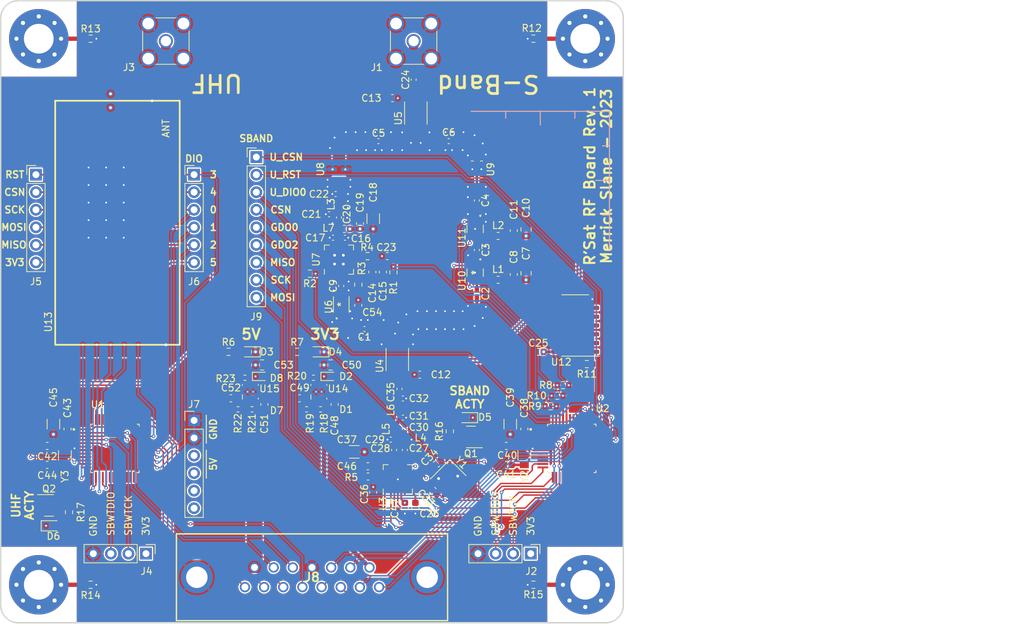
<source format=kicad_pcb>
(kicad_pcb (version 20211014) (generator pcbnew)
  (layers (0 "F.Cu" signal) (1 "In1.Cu" signal) (2 "In2.Cu" signal) (31 "B.Cu" signal) (34 "B.Paste" user) (35 "F.Paste" user) (36 "B.SilkS" user "B.Silkscreen") (37 "F.SilkS" user "F.Silkscreen") (38 "B.Mask" user) (39 "F.Mask" user) (44 "Edge.Cuts" user))
  (net 0 "")
  (net 1 "Net-(C1-Pad1)")
  (net 2 "Net-(C1-Pad2)")
  (net 3 "Net-(C2-Pad1)")
  (net 4 "Net-(C2-Pad2)")
  (net 5 "Net-(C3-Pad1)")
  (net 6 "Net-(C3-Pad2)")
  (net 7 "Net-(C4-Pad1)")
  (net 8 "Net-(C4-Pad2)")
  (net 9 "Net-(C5-Pad1)")
  (net 10 "Net-(C5-Pad2)")
  (net 11 "Net-(C6-Pad1)")
  (net 12 "Net-(C6-Pad2)")
  (net 13 "GND")
  (net 14 "+5V")
  (net 15 "Net-(C9-Pad1)")
  (net 16 "Net-(C9-Pad2)")
  (net 17 "/PA_VDET")
  (net 18 "Net-(C20-Pad2)")
  (net 19 "Net-(C22-Pad2)")
  (net 20 "Net-(C24-Pad1)")
  (net 21 "Net-(C24-Pad2)")
  (net 22 "+3.3V")
  (net 23 "Net-(C26-Pad1)")
  (net 24 "Net-(C27-Pad1)")
  (net 25 "Net-(C27-Pad2)")
  (net 26 "Net-(C28-Pad1)")
  (net 27 "Net-(C28-Pad2)")
  (net 28 "Net-(C30-Pad2)")
  (net 29 "Net-(C32-Pad2)")
  (net 30 "Net-(C33-Pad1)")
  (net 31 "Net-(C33-Pad2)")
  (net 32 "Net-(C34-Pad1)")
  (net 33 "Net-(C34-Pad2)")
  (net 34 "Net-(C35-Pad2)")
  (net 35 "/CC2500_XIN")
  (net 36 "/CC2500_XOUT")
  (net 37 "/RFM_XIN")
  (net 38 "/RFM_XOUT")
  (net 39 "/3V3_IN")
  (net 40 "Net-(C49-Pad1)")
  (net 41 "/5V0_IN")
  (net 42 "Net-(C52-Pad1)")
  (net 43 "Net-(D3-Pad2)")
  (net 44 "Net-(D4-Pad2)")
  (net 45 "Net-(D5-Pad2)")
  (net 46 "Net-(D6-Pad2)")
  (net 47 "Net-(H1-Pad1)")
  (net 48 "Net-(H2-Pad1)")
  (net 49 "Net-(H3-Pad1)")
  (net 50 "Net-(H4-Pad1)")
  (net 51 "/CC2500_SBWTCK")
  (net 52 "/CC2500_SBWTDIO")
  (net 53 "/CC2500_UART_TX_2")
  (net 54 "/CC2500_UART_RX_2")
  (net 55 "Net-(J3-Pad1)")
  (net 56 "/RFM_SBWTCK")
  (net 57 "/RFM_SBWTDIO")
  (net 58 "/RFM_UART_TX_2")
  (net 59 "/RFM_UART_RX_2")
  (net 60 "/RFM_RST")
  (net 61 "/RFM_CSN")
  (net 62 "/RFM_SCLK")
  (net 63 "/RFM_MOSI")
  (net 64 "/RFM_MISO")
  (net 65 "/RFM_3V3_OUT")
  (net 66 "/RFM_DIO5")
  (net 67 "/RFM_DIO2")
  (net 68 "/RFM_DIO1")
  (net 69 "/RFM_DIO0")
  (net 70 "/RFM_DIO4")
  (net 71 "/RFM_DIO3")
  (net 74 "/RFM_RX_EMPTY")
  (net 75 "/RFM_TX_EMPTY")
  (net 76 "/RFM_UART_RX")
  (net 77 "/RFM_UART_TX")
  (net 78 "/CC2500_RX_EMPTY")
  (net 79 "/CC2500_TX_EMPTY")
  (net 80 "/CC2500_UART_RX")
  (net 81 "/CC2500_UART_TX")
  (net 82 "/RFM_RX_OVERFLOW")
  (net 83 "/RFM_TX_OVERFLOW")
  (net 84 "/CC2500_RX_OVERFLOW")
  (net 85 "/CC2500_TX_OVERFLOW")
  (net 86 "Net-(L1-Pad2)")
  (net 87 "Net-(L2-Pad2)")
  (net 88 "/CC2500_MOSI")
  (net 89 "Net-(Q1-Pad3)")
  (net 90 "Net-(Q2-Pad3)")
  (net 91 "/PA_EN")
  (net 92 "Net-(R3-Pad2)")
  (net 93 "Net-(R4-Pad1)")
  (net 94 "Net-(R5-Pad1)")
  (net 95 "/LNA_SD")
  (net 96 "/LNA_BP_A")
  (net 97 "/LNA_BP_B")
  (net 98 "/SBAND_TX_RX")
  (net 99 "Net-(R19-Pad1)")
  (net 100 "Net-(R20-Pad1)")
  (net 101 "Net-(R21-Pad2)")
  (net 102 "Net-(R23-Pad1)")
  (net 103 "/RFM_AUX_DIO0")
  (net 104 "/RFM_AUX_RST")
  (net 105 "/RFM_AUX_CSN")
  (net 106 "/CC2500_SCLK")
  (net 107 "/CC2500_MISO")
  (net 132 "/CC2500_CSN")
  (net 143 "/GDO2")
  (net 145 "/GDO0")
  (net 153 "/SW1_A")
  (net 154 "/SW1_B")
  (net 155 "/SW2_A")
  (net 156 "/SW2_B")
  (net 157 "Net-(U12-Pad2)")
  (net 162 "Net-(C16-Pad1)")
  (footprint "RF_Board_Footprints:DEA202450BT-1213C1" (layer "F.Cu") (at 68.830063 24.408 -90)
    (fp_text reference "U9")
    (fp_text value "DEA202450BT-1213C1" hide)
  )
  (footprint "RF_Board_Footprints:L_0603_1608Metric" (layer "F.Cu") (at 71.9075 40.386 180)
    (fp_text reference "L1")
    (fp_text value "18nH" hide)
  )
  (footprint "RF_Board_Footprints:C_0402_1005Metric" (layer "F.Cu") (at 57.658 56.176 90)
    (fp_text reference "C35")
    (fp_text value "100pF" hide)
  )
  (footprint "RF_Board_Footprints:C_0402_1005Metric" (layer "F.Cu") (at 47.473004 30.891282)
    (fp_text reference "C21")
    (fp_text value "2.4pF" hide)
  )
  (footprint "RF_Board_Footprints:C_0603_1608Metric" (layer "F.Cu") (at 55.245 39.256 -90)
    (fp_text reference "C15")
    (fp_text value "100pF" hide)
  )
  (footprint "RF_Board_Footprints:R_0402_1005Metric" (layer "F.Cu") (at 35.304 54.549 180)
    (fp_text reference "R23")
    (fp_text value "820" hide)
  )
  (footprint "RF_Board_Footprints:C_0402_1005Metric" (layer "F.Cu") (at 56.388 63.5)
    (fp_text reference "C29")
    (fp_text value "1pF" hide)
  )
  (footprint "RF_Board_Footprints:R_0603_1608Metric" (layer "F.Cu") (at 77 5.5 180)
    (fp_text reference "R12")
    (fp_text value "0" hide)
  )
  (footprint "RF_Board_Footprints:LED_0603_1608Metric" (layer "F.Cu") (at 7.335 75.971)
    (fp_text reference "D6")
    (fp_text value "LED" hide)
  )
  (footprint "RF_Board_Footprints:PinHeader_1x06_P2.54mm_Vertical" (layer "F.Cu") (at 27.949 25.168)
    (fp_text reference "J6")
    (fp_text value "Conn_01x06_Female" hide)
  )
  (footprint "RF_Board_Footprints:C_0603_1608Metric" (layer "F.Cu") (at 53.098 68.834 180)
    (fp_text reference "R5")
    (fp_text value "56k" hide)
  )
  (footprint "RF_Board_Footprints:C_0402_1005Metric" (layer "F.Cu") (at 52.578 47.498 180)
    (fp_text reference "C1")
    (fp_text value "100pF" hide)
  )
  (footprint "RF_Board_Footprints:C_0603_1608Metric" (layer "F.Cu") (at 73.082 67.1576)
    (fp_text reference "C41")
    (fp_text value "12pF" hide)
  )
  (footprint "RF_Board_Footprints:C_0402_1005Metric" (layer "F.Cu") (at 48.415 27.966)
    (fp_text reference "C22")
    (fp_text value "0.75pF" hide)
  )
  (footprint "RF_Board_Footprints:Crystal_SMD_3225-4Pin_3.2x2.5mm" (layer "F.Cu") (at 64.679007 68.961092 -135)
    (fp_text reference "Y1")
    (fp_text value "Crystal_GND24" hide)
  )
  (footprint "RF_Board_Footprints:C_0603_1608Metric" (layer "F.Cu") (at 55.884 36.957)
    (fp_text reference "C23")
    (fp_text value "100nF" hide)
  )
  (footprint "RF_Board_Footprints:C_0402_1005Metric" (layer "F.Cu") (at 58.138 57.55 180)
    (fp_text reference "C32")
    (fp_text value "1.5pF" hide)
  )
  (footprint "RF_Board_Footprints:YAT-1A&plus_" (layer "F.Cu") (at 49.2252 43.946 90)
    (fp_text reference "U6")
    (fp_text value "YAT-5A+" hide)
  )
  (footprint "RF_Board_Footprints:C_0603_1608Metric" (layer "F.Cu") (at 58.42 73.42 -90)
    (fp_text reference "C47")
    (fp_text value "100nF" hide)
  )
  (footprint "RF_Board_Footprints:LED_0603_1608Metric" (layer "F.Cu") (at 45.9485 50.8 180)
    (fp_text reference "D4")
    (fp_text value "LED" hide)
  )
  (footprint "RF_Board_Footprints:R_0603_1608Metric" (layer "F.Cu") (at 44.693 39.497 180)
    (fp_text reference "R2")
    (fp_text value "10k" hide)
  )
  (footprint "RF_Board_Footprints:C_0805_2012Metric" (layer "F.Cu") (at 47.686 52.705 180)
    (fp_text reference "C50")
    (fp_text value "1uF" hide)
  )
  (footprint "RF_Board_Footprints:C_0603_1608Metric" (layer "F.Cu") (at 51.689 44.082 -90)
    (fp_text reference "C54")
    (fp_text value "100nF" hide)
  )
  (footprint "RF_Board_Footprints:QFP50P900X900X160-48N" (layer "F.Cu") (at 82.55 64.77)
    (fp_text reference "U2")
    (fp_text value "MSP430FR2355TPT" hide)
  )
  (footprint "RF_Board_Footprints:LED_0603_1608Metric" (layer "F.Cu") (at 67.4625 60.325 180)
    (fp_text reference "D5")
    (fp_text value "LED" hide)
  )
  (footprint "RF_Board_Footprints:C_0603_1608Metric" (layer "F.Cu") (at 6.718 64.4144)
    (fp_text reference "C42")
    (fp_text value "12pF" hide)
  )
  (footprint "RF_Board_Footprints:C_0805_2012Metric" (layer "F.Cu") (at 37.78 52.705 180)
    (fp_text reference "C53")
    (fp_text value "1uF" hide)
  )
  (footprint "RF_Board_Footprints:C_1206_3216Metric" (layer "F.Cu") (at 73.66 61.263 -90)
    (fp_text reference "C39")
    (fp_text value "10uF" hide)
  )
  (footprint "RF_Board_Footprints:C_0805_2012Metric" (layer "F.Cu") (at 75.946 39.436 -90)
    (fp_text reference "C7")
    (fp_text value "1uF" hide)
  )
  (footprint "RF_Board_Footprints:R_0603_1608Metric" (layer "F.Cu") (at 13 5.5)
    (fp_text reference "R13")
    (fp_text value "0" hide)
  )
  (footprint "RF_Board_Footprints:C_0603_1608Metric" (layer "F.Cu") (at 62.484 70.866 135)
    (fp_text reference "C33")
    (fp_text value "15pF" hide)
  )
  (footprint "RF_Board_Footprints:PinHeader_1x09_P2.54mm_Vertical" (layer "F.Cu") (at 36.949 22.628)
    (fp_text reference "J9")
    (fp_text value "Conn_01x09_Male" hide)
  )
  (footprint "RF_Board_Footprints:C_0402_1005Metric" (layer "F.Cu") (at 56.868 65 90)
    (fp_text reference "C28")
    (fp_text value "100pF" hide)
  )
  (footprint "RF_Board_Footprints:C_0402_1005Metric" (layer "F.Cu") (at 49.2252 41.275 90)
    (fp_text reference "C9")
    (fp_text value "100pF" hide)
  )
  (footprint "RF_Board_Footprints:L77TSAH15SOL2RM8" (layer "F.Cu") (at 45 82 180)
    (fp_text reference "J8")
    (fp_text value "L77TSAH15SOL2RM8" hide)
  )
  (footprint "RF_Board_Footprints:R_0603_1608Metric" (layer "F.Cu") (at 51.689 41.084 90)
    (fp_text reference "R3")
    (fp_text value "24.9k" hide)
  )
  (footprint "RF_Board_Footprints:PinHeader_1x06_P2.54mm_Vertical" (layer "F.Cu") (at 27.949 60.728)
    (fp_text reference "J7")
    (fp_text value "Conn_01x06_Female" hide)
  )
  (footprint "RF_Board_Footprints:QFN-16-1EP_4x4mm_P0.65mm_EP2.5x2.5mm" (layer "F.Cu") (at 48.895 37.465 90)
    (fp_text reference "U7")
    (fp_text value "SKY65900-11" hide)
  )
  (footprint "RF_Board_Footprints:C_0603_1608Metric" (layer "F.Cu") (at 60.586499 54.102)
    (fp_text reference "C12")
    (fp_text value "100nF" hide)
  )
  (footprint "RF_Board_Footprints:PinHeader_1x06_P2.54mm_Vertical" (layer "F.Cu") (at 5.089 25.168)
    (fp_text reference "J5")
    (fp_text value "Conn_01x06_Female" hide)
  )
  (footprint "RF_Board_Footprints:C_0603_1608Metric" (layer "F.Cu") (at 75.692 61.963 90)
    (fp_text reference "C38")
    (fp_text value "100nF" hide)
  )
  (footprint "RF_Board_Footprints:RFM95PW" (layer "F.Cu") (at 23.876 14.478 90)
    (fp_text reference "U13")
    (fp_text value "RFM95PW")
  )
  (footprint "RF_Board_Footprints:C_0402_1005Metric" (layer "F.Cu") (at 68.834 42.39 90)
    (fp_text reference "C2")
    (fp_text value "100pF" hide)
  )
  (footprint "RF_Board_Footprints:L_0402_1005Metric" (layer "F.Cu") (at 58.905 63.5)
    (fp_text reference "L4")
    (fp_text value "1.2nH" hide)
  )
  (footprint "RF_Board_Footprints:TPS259573DSGR" (layer "F.Cu") (at 36.081003 56.581 90)
    (fp_text reference "U15")
    (fp_text value "TPS259573DSGR" hide)
  )
  (footprint "RF_Board_Footprints:SOD882" (layer "F.Cu") (at 49.924 57.850999)
    (fp_text reference "D1")
    (fp_text value "D_TVS" hide)
  )
  (footprint "RF_Board_Footprints:C_0603_1608Metric" (layer "F.Cu") (at 53.848 71.133 -90)
    (fp_text reference "C36")
    (fp_text value "100nF" hide)
  )
  (footprint "RF_Board_Footprints:C_0402_1005Metric" (layer "F.Cu") (at 58.42 65 90)
    (fp_text reference "C27")
    (fp_text value "100pF" hide)
  )
  (footprint "RF_Board_Footprints:C_0603_1608Metric" (layer "F.Cu") (at 59.944 73.42 -90)
    (fp_text reference "C26")
    (fp_text value "100nF" hide)
  )
  (footprint "RF_Board_Footprints:HMC574AMS8E" (layer "F.Cu") (at 57.332999 51.9049 90)
    (fp_text reference "U4")
    (fp_text value "HMC574" hide)
  )
  (footprint "RF_Board_Footprints:C_0603_1608Metric" (layer "F.Cu") (at 56.629 14.097 180)
    (fp_text reference "C13")
    (fp_text value "100nF" hide)
  )
  (footprint "RF_Board_Footprints:C_0603_1608Metric" (layer "F.Cu") (at 53.073 67.36)
    (fp_text reference "C46")
    (fp_text value "100nF" hide)
  )
  (footprint "RF_Board_Footprints:L_0402_1005Metric" (layer "F.Cu") (at 57.658 58.951 90)
    (fp_text reference "L6")
    (fp_text value "1.2nH" hide)
  )
  (footprint "RF_Board_Footprints:R_0603_1608Metric" (layer "F.Cu") (at 13 84.5)
    (fp_text reference "R14")
    (fp_text value "0" hide)
  )
  (footprint "RF_Board_Footprints:C_0402_1005Metric" (layer "F.Cu") (at 58.138 60.325 180)
    (fp_text reference "C31")
    (fp_text value "1.8pF" hide)
  )
  (footprint "RF_Board_Footprints:R_0603_1608Metric" (layer "F.Cu") (at 64.9225 62.294 -90)
    (fp_text reference "R16")
    (fp_text value "330" hide)
  )
  (footprint "RF_Board_Footprints:QPL9504TR7" (layer "F.Cu") (at 68.58 39.339 -90)
    (fp_text reference "U10")
    (fp_text value "QPL9096" hide)
  )
  (footprint "RF_Board_Footprints:C_0402_1005Metric" (layer "F.Cu") (at 58.42 61.948 90)
    (fp_text reference "C30")
    (fp_text value "1pF" hide)
  )
  (footprint "RF_Board_Footprints:C_0603_1608Metric" (layer "F.Cu") (at 53.721 39.256 -90)
    (fp_text reference "C14")
    (fp_text value "22pF" hide)
  )
  (footprint "RF_Board_Footprints:R_0603_1608Metric" (layer "F.Cu") (at 53.022 36.957)
    (fp_text reference "R4")
    (fp_text value "10k" hide)
  )
  (footprint "RF_Board_Footprints:TPS259573DSGR" (layer "F.Cu") (at 45.987003 56.580999 90)
    (fp_text reference "U14")
    (fp_text value "TPS259573DSGR" hide)
  )
  (footprint "RF_Board_Footprints:R_0402_1005Metric" (layer "F.Cu") (at 45.21 54.548999 180)
    (fp_text reference "R20")
    (fp_text value "3.3k" hide)
  )
  (footprint "RF_Board_Footprints:C_0603_1608Metric" (layer "F.Cu") (at 38.113003 58.42 -90)
    (fp_text reference "C51")
    (fp_text value "100nF" hide)
  )
  (footprint "RF_Board_Footprints:L_0402_1005Metric" (layer "F.Cu") (at 56.868 61.976 90)
    (fp_text reference "L5")
    (fp_text value "1.2nH" hide)
  )
  (footprint "RF_Board_Footprints:C_0805_2012Metric" (layer "F.Cu") (at 75.946 33.086 -90)
    (fp_text reference "C10")
    (fp_text value "1uF" hide)
  )
  (footprint "RF_Board_Footprints:R_0603_1608Metric" (layer "F.Cu") (at 81.28 55.626)
    (fp_text reference "R8")
    (fp_text value "10k" hide)
  )
  (footprint "RF_Board_Footprints:R_0402_1005Metric" (layer "F.Cu") (at 36.333 59.121 180)
    (fp_text reference "R21")
    (fp_text value "150k" hide)
  )
  (footprint "RF_Board_Footprints:C_0603_1608Metric" (layer "F.Cu") (at 74.168 39.611 -90)
    (fp_text reference "C8")
    (fp_text value "1nF" hide)
  )
  (footprint "RF_Board_Footprints:R_0603_1608Metric" (layer "F.Cu") (at 32.9315 50.8 180)
    (fp_text reference "R6")
    (fp_text value " 480" hide)
  )
  (footprint "RF_Board_Footprints:R_0603_1608Metric" (layer "F.Cu") (at 79.502 58.674)
    (fp_text reference "R9")
    (fp_text value "10k" hide)
  )
  (footprint "RF_Board_Footprints:SMA_Amphenol_901-144_Vertical" (layer "F.Cu") (at 23.876 5.842 180)
    (fp_text reference "J3")
    (fp_text value "Conn_Coaxial")
  )
  (footprint "RF_Board_Footprints:C_0402_1005Metric" (layer "F.Cu") (at 64.77 20.32 180)
    (fp_text reference "C6")
    (fp_text value "100pF" hide)
  )
  (footprint "Package_TO_SOT_SMD:SOT-23" (layer "F.Cu") (at 67.9705 63.119 180)
    (fp_text reference "Q1")
    (fp_text value "2N7002")
  )
  (footprint "RF_Board_Footprints:C_0603_1608Metric" (layer "F.Cu") (at 74.168 33.261 -90)
    (fp_text reference "C11")
    (fp_text value "1nF" hide)
  )
  (footprint "RF_Board_Footprints:D_SOD-523" (layer "F.Cu") (at 47.436 54.356)
    (fp_text reference "D2")
    (fp_text value "D_Schottky" hide)
  )
  (footprint "RF_Board_Footprints:C_1206_3216Metric" (layer "F.Cu") (at 51.103 65.278)
    (fp_text reference "C37")
    (fp_text value "10uF" hide)
  )
  (footprint "RF_Board_Footprints:C_0603_1608Metric" (layer "F.Cu") (at 6.718 67.1576)
    (fp_text reference "C44")
    (fp_text value "12pF" hide)
  )
  (footprint "RF_Board_Footprints:R_0402_1005Metric" (layer "F.Cu") (at 46.239 59.120999 180)
    (fp_text reference "R18")
    (fp_text value "100k" hide)
  )
  (footprint "RF_Board_Footprints:C_0402_1005Metric" (layer "F.Cu") (at 54.61 20.32)
    (fp_text reference "C5")
    (fp_text value "100pF" hide)
  )
  (footprint "RF_Board_Footprints:C_0402_1005Metric" (layer "F.Cu") (at 68.830063 28.908 90)
    (fp_text reference "C4")
    (fp_text value "100pF" hide)
  )
  (footprint "RF_Board_Footprints:MountingHole_4.3mm_M4_Pad_Via" (layer "F.Cu") (at 5.5 84.5)
    (fp_text reference "H3" hide)
    (fp_text value "MountingHole_Pad" hide)
  )
  (footprint "RF_Board_Footprints:R_0603_1608Metric" (layer "F.Cu") (at 80.459 57.15)
    (fp_text reference "R10")
    (fp_text value "10k" hide)
  )
  (footprint "RF_Board_Footprints:C_0603_1608Metric" (layer "F.Cu") (at 51.943 32.245 90)
    (fp_text reference "C19")
    (fp_text value "47pF" hide)
  )
  (footprint "RF_Board_Footprints:QFP50P900X900X160-48N" (layer "F.Cu") (at 16.51 64.77)
    (fp_text reference "U1")
    (fp_text value "MSP430FR2355TPT" hide)
  )
  (footprint "RF_Board_Footprints:R_0402_1005Metric" (layer "F.Cu") (at 34.301 59.121 180)
    (fp_text reference "R22")
    (fp_text value "39k" hide)
  )
  (footprint "RF_Board_Footprints:MountingHole_4.3mm_M4_Pad_Via" (layer "F.Cu") (at 84.5 84.5)
    (fp_text reference "H4" hide)
    (fp_text value "MountingHole_Pad" hide)
  )
  (footprint "Package_TO_SOT_SMD:SOT-23" (layer "F.Cu") (at 6.985 73.025)
    (fp_text reference "Q2")
    (fp_text value "2N7002")
  )
  (footprint "RF_Board_Footprints:R_0603_1608Metric" (layer "F.Cu") (at 84.727 52.578 180)
    (fp_text reference "R11")
    (fp_text value "10k" hide)
  )
  (footprint "RF_Board_Footprints:R_0603_1608Metric" (layer "F.Cu") (at 42.8375 50.8 180)
    (fp_text reference "R7")
    (fp_text value "330" hide)
  )
  (footprint "RF_Board_Footprints:MountingHole_4.3mm_M4_Pad_Via" (layer "F.Cu") (at 5.5 5.5)
    (fp_text reference "H2" hide)
    (fp_text value "MountingHole_Pad" hide)
  )
  (footprint "RF_Board_Footprints:C_0603_1608Metric" (layer "F.Cu") (at 33.274 57.531 180)
    (fp_text reference "C52")
    (fp_text value "3.3nF" hide)
  )
  (footprint "RF_Board_Footprints:C_0603_1608Metric" (layer "F.Cu") (at 62.992 67.056 -135)
    (fp_text reference "C34")
    (fp_text value "15pF" hide)
  )
  (footprint "RF_Board_Footprints:QPL9504TR7" (layer "F.Cu") (at 68.58 33.02 -90)
    (fp_text reference "U11")
    (fp_text value "QPL9096" hide)
  )
  (footprint "RF_Board_Footprints:R_0603_1608Metric" (layer "F.Cu") (at 56.769 39.306 -90)
    (fp_text reference "R1")
    (fp_text value "2.4k" hide)
  )
  (footprint "RF_Board_Footprints:C_0603_1608Metric" (layer "F.Cu") (at 9.652 61.963 90)
    (fp_text reference "C43")
    (fp_text value "100nF" hide)
  )
  (footprint "RF_Board_Footprints:C_0603_1608Metric" (layer "F.Cu") (at 43.193 57.531 180)
    (fp_text reference "C49")
    (fp_text value "3.3nF" hide)
  )
  (footprint "RF_Board_Footprints:C_0603_1608Metric" (layer "F.Cu") (at 77.711 50.8 180)
    (fp_text reference "C25")
    (fp_text value "100nF" hide)
  )
  (footprint "RF_Board_Footprints:C_0402_1005Metric" (layer "F.Cu") (at 68.830063 36.068 90)
    (fp_text reference "C3")
    (fp_text value "100pF" hide)
  )
  (footprint "RF_Board_Footprints:PinHeader_1x04_P2.54mm_Vertical" (layer "F.Cu") (at 76.62 80 -90)
    (fp_text reference "J2")
    (fp_text value "Conn_01x04_Male" hide)
  )
  (footprint "RF_Board_Footprints:D_SOD-523" (layer "F.Cu") (at 37.53 54.356)
    (fp_text reference "D8")
    (fp_text value "D_Schottky" hide)
  )
  (footprint "RF_Board_Footprints:C_0603_1608Metric" (layer "F.Cu") (at 48.273006 58.42 -90)
    (fp_text reference "C48")
    (fp_text value "100nF" hide)
  )
  (footprint "RF_Board_Footprints:HMC574AMS8E" (layer "F.Cu") (at 60.015001 16.256 -90)
    (fp_text reference "U5")
    (fp_text value "HMC574" hide)
  )
  (footprint "RF_Board_Footprints:C_0402_1005Metric" (layer "F.Cu") (at 49.756 34.29)
    (fp_text reference "C16")
    (fp_text value "3pF" hide)
  )
  (footprint "RF_Board_Footprints:SMA_Amphenol_901-144_Vertical" (layer "F.Cu") (at 59.69 5.842 180)
    (fp_text reference "J1")
    (fp_text value "Conn_Coaxial")
  )
  (footprint "RF_Board_Footprints:SOIC-14_3.9x8.7mm_P1.27mm" (layer "F.Cu") (at 83.058 46.99 180)
    (fp_text reference "U12")
    (fp_text value "74HC04")
  )
  (footprint "RF_Board_Footprints:L_0402_1005Metric" (layer "F.Cu") (at 48.895 29.495 90)
    (fp_text reference "L3")
    (fp_text value "1.2nH" hide)
  )
  (footprint "RF_Board_Footprints:C_1206_3216Metric" (layer "F.Cu") (at 53.848 31.545 90)
    (fp_text reference "C18")
    (fp_text value "10uF" hide)
  )
  (footprint "RF_Board_Footprints:Texas_S-PVQFN-N20_EP2.4x2.4mm" (layer "F.Cu") (at 57.404 69.25 90)
    (fp_text reference "U3")
    (fp_text value "CC2500" hide)
  )
  (footprint "RF_Board_Footprints:ECS-.327-12.5-34B-TR" (layer "F.Cu") (at 9.271 65.786 -90)
    (fp_text reference locked "Y3")
    (fp_text value "Crystal" hide)
  )
  (footprint "RF_Board_Footprints:LED_0603_1608Metric" (layer "F.Cu") (at 36.0425 50.8 180)
    (fp_text reference "D3")
    (fp_text value "LED" hide)
  )
  (footprint "RF_Board_Footprints:C_0402_1005Metric" (layer "F.Cu") (at 48.034 34.29 180)
    (fp_text reference "C17")
    (fp_text value "2.2pF" hide)
  )
  (footprint "RF_Board_Footprints:LFCN-2500&plus_" (layer "F.Cu") (at 48.895 24.4094 90)
    (fp_text reference "U8")
    (fp_text value "LFCN-2750+" hide)
  )
  (footprint "RF_Board_Footprints:C_0402_1005Metric" (layer "F.Cu") (at 48.895 31.369 90)
    (fp_text reference "C20")
    (fp_text value "15pF" hide)
  )
  (footprint "RF_Board_Footprints:ECS-.327-12.5-34B-TR" (layer "F.Cu") (at 75.692 65.786 -90)
    (fp_text reference "Y2")
    (fp_text value "Crystal" hide)
  )
  (footprint "RF_Board_Footprints:C_0603_1608Metric" (layer "F.Cu") (at 73.082 64.4144)
    (fp_text reference "C40")
    (fp_text value "12pF" hide)
  )
  (footprint "RF_Board_Footprints:R_0603_1608Metric" (layer "F.Cu") (at 9.875 74.002 90)
    (fp_text reference "R17")
    (fp_text value "330" hide)
  )
  (footprint "RF_Board_Footprints:R_0402_1005Metric" (layer "F.Cu") (at 44.207 59.120999 180)
    (fp_text reference "R19")
    (fp_text value "50k" hide)
  )
  (footprint "RF_Board_Footprints:C_0402_1005Metric" (layer "F.Cu") (at 59.69 11.43 90)
    (fp_text reference "C24")
    (fp_text value "100pF" hide)
  )
  (footprint "RF_Board_Footprints:R_0603_1608Metric" (layer "F.Cu") (at 77 84.5 180)
    (fp_text reference "R15")
    (fp_text value "0" hide)
  )
  (footprint "RF_Board_Footprints:PinHeader_1x04_P2.54mm_Vertical" (layer "F.Cu") (at 21 80 -90)
    (fp_text reference "J4")
    (fp_text value "Conn_01x04_Male" hide)
  )
  (footprint "RF_Board_Footprints:MountingHole_4.3mm_M4_Pad_Via" (layer "F.Cu") (at 84.5 5.5)
    (fp_text reference "H1" hide)
    (fp_text value "MountingHole_Pad" hide)
  )
  (footprint "RF_Board_Footprints:L_0603_1608Metric" (layer "F.Cu") (at 71.9075 34.036 180)
    (fp_text reference "L2")
    (fp_text value "18nH" hide)
  )
  (footprint "RF_Board_Footprints:L_0603_1608Metric" (layer "F.Cu") (at 49.6825 33.02 180)
    (fp_text reference "L7")
    (fp_text value "18nH" hide)
  )
  (footprint "RF_Board_Footprints:C_1206_3216Metric" (layer "F.Cu") (at 7.62 61.263 -90)
    (fp_text reference "C45")
    (fp_text value "10uF" hide)
  )
  (footprint "RF_Board_Footprints:SOD882" (layer "F.Cu") (at 39.891003 57.851)
    (fp_text reference "D7")
    (fp_text value "D_TVS" hide)
  )
  (gr_line (start 83 16) (end 83 17) (layer "B.SilkS") (width 0.15))
  (gr_line (start 73 16) (end 73 17) (layer "B.SilkS") (width 0.15))
  (gr_line (start 88 26) (end 86 26) (layer "B.SilkS") (width 0.15))
  (gr_line (start 88 16) (end 88 36) (layer "B.SilkS") (width 0.15))
  (gr_line (start 88 16) (end 68 16) (layer "B.SilkS") (width 0.15))
  (gr_line (start 78 16) (end 78 18) (layer "B.SilkS") (width 0.15))
  (gr_line (start 88 21) (end 87 21) (layer "B.SilkS") (width 0.15))
  (gr_line (start 88 31) (end 87 31) (layer "B.SilkS") (width 0.15))
  (gr_line (start 29.718 59.966) (end 29.718 64.03) (layer "F.SilkS") (width 0.15))
  (gr_line (start 29.718 65.024) (end 29.718 69.088) (layer "F.SilkS") (width 0.15))
  (gr_arc (start 87.46 0) (mid 89.256051 0.743949) (end 90 2.54) (layer "Edge.Cuts") (width 0.2))
  (gr_line (start 87.46 90) (end 2.54 90) (layer "Edge.Cuts") (width 0.2))
  (gr_line (start 90 2.54) (end 90 87.46) (layer "Edge.Cuts") (width 0.2))
  (gr_line (start 0 87.46) (end 0 2.54) (layer "Edge.Cuts") (width 0.2))
  (gr_arc (start 2.54 90) (mid 0.743949 89.256051) (end 0 87.46) (layer "Edge.Cuts") (width 0.2))
  (gr_arc (start 90 87.46) (mid 89.256051 89.256051) (end 87.46 90) (layer "Edge.Cuts") (width 0.2))
  (gr_line (start 2.54 0) (end 87.46 0) (layer "Edge.Cuts") (width 0.2))
  (gr_arc (start 0 2.54) (mid 0.743949 0.743949) (end 2.54 0) (layer "Edge.Cuts") (width 0.2))
  (gr_text "5V" (at 30.734 67.056 90) (layer "F.SilkS") (effects (font (size 1 1) (thickness 0.2))))
  (gr_text "SCK" (at 2.032 30.248) (layer "F.SilkS") (effects (font (size 1 1) (thickness 0.2))))
  (gr_text "RST" (at 2.032 25.168) (layer "F.SilkS") (effects (font (size 1 1) (thickness 0.2))))
  (gr_text "SBWTCK" (at 74.08 74.476 90) (layer "F.SilkS") (effects (font (size 1 1))))
  (gr_text "CSN" (at 40.513 30.248) (layer "F.SilkS") (effects (font (size 1 1) (thickness 0.2))))
  (gr_text "2" (at 30.734 35.328) (layer "F.SilkS") (effects (font (size 1 1) (thickness 0.2))))
  (gr_text "GDO2" (at 41.021 35.328) (layer "F.SilkS") (effects (font (size 1 1) (thickness 0.2))))
  (gr_text "3" (at 30.734 25.168) (layer "F.SilkS") (effects (font (size 1 1) (thickness 0.2))))
  (gr_text "SCK" (at 40.513 40.408) (layer "F.SilkS") (effects (font (size 1 1) (thickness 0.2))))
  (gr_text "DIO" (at 27.94 22.86) (layer "F.SilkS") (effects (font (size 1 1) (thickness 0.2))))
  (gr_text "5V" (at 36.195 48.26) (layer "F.SilkS") (effects (font (size 1.5 1.5) (thickness 0.3))))
  (gr_text "UHF" (at 31.242 11.938 180) (layer "F.SilkS") (effects (font (size 2.5 2.5) (thickness 0.4))))
  (gr_text "R'Sat RF Board Rev. 1\nMerrick Slane - 2023" (at 86.36 25.4 90) (layer "F.SilkS") (effects (font (size 1.5 1.5) (thickness 0.3))))
  (gr_text "5" (at 30.734 37.868) (layer "F.SilkS") (effects (font (size 1 1) (thickness 0.2))))
  (gr_text "MISO" (at 1.905 35.328) (layer "F.SilkS") (effects (font (size 1 1) (thickness 0.2))))
  (gr_text "MISO" (at 40.767 37.868) (layer "F.SilkS") (effects (font (size 1 1) (thickness 0.2))))
  (gr_text "MOSI\n" (at 1.905 32.788) (layer "F.SilkS") (effects (font (size 1 1) (thickness 0.2))))
  (gr_text "SBAND\nACTY" (at 67.805 57.404) (layer "F.SilkS") (effects (font (size 1.2 1.2) (thickness 0.25))))
  (gr_text "S-Band" (at 70.485 12.065 180) (layer "F.SilkS") (effects (font (size 2.5 2.5) (thickness 0.4))))
  (gr_text "GND" (at 13.38 76 90) (layer "F.SilkS") (effects (font (size 1 1))))
  (gr_text "3V3" (at 21 76 90) (layer "F.SilkS") (effects (font (size 1 1))))
  (gr_text "4" (at 30.734 27.708) (layer "F.SilkS") (effects (font (size 1 1) (thickness 0.2))))
  (gr_text "SBWTDIO\n" (at 15.92 74.222 90) (layer "F.SilkS") (effects (font (size 1 1))))
  (gr_text "GND" (at 30.734 61.998 90) (layer "F.SilkS") (effects (font (size 1 1) (thickness 0.2))))
  (gr_text "U_DIO0" (at 41.529 27.708) (layer "F.SilkS") (effects (font (size 1 1) (thickness 0.2))))
  (gr_text "GND" (at 69 76 90) (layer "F.SilkS") (effects (font (size 1 1))))
  (gr_text "U_CSN" (at 41.275 22.628) (layer "F.SilkS") (effects (font (size 1 1) (thickness 0.2))))
  (gr_text "MOSI" (at 40.767 42.948) (layer "F.SilkS") (effects (font (size 1 1) (thickness 0.2))))
  (gr_text "0" (at 30.734 30.248) (layer "F.SilkS") (effects (font (size 1 1) (thickness 0.2))))
  (gr_text "GDO0" (at 41.021 32.788) (layer "F.SilkS") (effects (font (size 1 1) (thickness 0.2))))
  (gr_text "3V3" (at 76.62 76 90) (layer "F.SilkS") (effects (font (size 1 1))))
  (gr_text "CSN" (at 2.032 27.708) (layer "F.SilkS") (effects (font (size 1 1) (thickness 0.2))))
  (gr_text "UHF\nACTY" (at 3.175 73.025 90) (layer "F.SilkS") (effects (font (size 1.2 1.2) (thickness 0.25))))
  (gr_text "SBWTCK" (at 18.46 74.476 90) (layer "F.SilkS") (effects (font (size 1 1))))
  (gr_text "U_RST" (at 41.148 25.168) (layer "F.SilkS") (effects (font (size 1 1) (thickness 0.2))))
  (gr_text "3V3" (at 46.863 48.26) (layer "F.SilkS") (effects (font (size 1.5 1.5) (thickness 0.3))))
  (gr_text "3V3" (at 2.032 37.868) (layer "F.SilkS") (effects (font (size 1 1) (thickness 0.2))))
  (gr_text "SBAND" (at 36.949 19.939) (layer "F.SilkS") (effects (font (size 1 1) (thickness 0.2))))
  (gr_text "SBWTDIO\n" (at 71.54 74.222 90) (layer "F.SilkS") (effects (font (size 1 1))))
  (gr_text "1" (at 30.7341 32.788) (layer "F.SilkS") (effects (font (size 1 1) (thickness 0.2))))
  (segment (start 55.358 47.498) (end 53.467 47.498) (width 0.3302) (layer "F.Cu") (net 1))
  (segment (start 53.058 47.498) (end 53.467 47.498) (width 0.62) (layer "F.Cu") (net 1))
  (segment (start 56.358 49.7078) (end 56.358 48.498) (width 0.4318) (layer "F.Cu") (net 1))
  (arc (start 56.358 48.498) (mid 56.065107 47.790893) (end 55.358 47.498) (width 0.3302) (layer "F.Cu") (net 1))
  (segment (start 50.2252 47.498) (end 51.562 47.498) (width 0.3302) (layer "F.Cu") (net 2))
  (segment (start 52.098 47.498) (end 51.562 47.498) (width 0.62) (layer "F.Cu") (net 2))
  (segment (start 49.2252 44.9239) (end 49.2252 46.498) (width 0.3302) (layer "F.Cu") (net 2))
  (arc (start 50.2252 47.498) (mid 49.518093 47.205107) (end 49.2252 46.498) (width 0.3302) (layer "F.Cu") (net 2))
  (segment (start 68.834 42.87) (end 68.834 43.434) (width 0.62) (layer "F.Cu") (net 3))
  (segment (start 58.307998 49.7078) (end 58.307998 48.228) (width 0.4318) (layer "F.Cu") (net 3))
  (segment (start 60.307998 46.228) (end 66.834 46.228) (width 0.3302) (layer "F.Cu") (net 3))
  (segment (start 68.834 44.228) (end 68.834 43.434) (width 0.3302) (layer "F.Cu") (net 3))
  (arc (start 68.834 44.228) (mid 68.248214 45.642214) (end 66.834 46.228) (width 0.3302) (layer "F.Cu") (net 3))
  (arc (start 60.307998 46.228) (mid 58.893784 46.813786) (end 58.307998 48.228) (width 0.3302) (layer "F.Cu") (net 3))
  (segment (start 68.830063 41.906063) (end 68.834 41.91) (width 0.3302) (layer "F.Cu") (net 4))
  (segment (start 68.830063 41.906063) (end 68.830063 41.525063) (width 0.62) (layer "F.Cu") (net 4))
  (segment (start 68.830063 40.3677) (end 68.830063 41.906063) (width 0.3302) (layer "F.Cu") (net 4))
  (segment (start 68.830063 37.080063) (end 68.830063 38.3103) (width 0.3302) (layer "F.Cu") (net 5))
  (segment (start 68.830063 36.548) (end 68.830063 37.080063) (width 0.62) (layer "F.Cu") (net 5))
  (segment (start 68.830063 34.0487) (end 68.830063 35.175063) (width 0.3302) (layer "F.Cu") (net 6))
  (segment (start 68.830063 35.588) (end 68.830063 35.175063) (width 0.62) (layer "F.Cu") (net 6))
  (segment (start 68.830063 29.388) (end 68.830063 30.151538) (width 0.62) (layer "F.Cu") (net 7))
  (segment (start 68.830063 31.9913) (end 68.830063 29.388) (width 0.3302) (layer "F.Cu") (net 7))
  (segment (start 68.830063 25.4367) (end 68.830063 25.784937) (width 0.381) (layer "F.Cu") (net 8))
  (segment (start 68.830063 25.784937) (end 68.830063 28.428) (width 0.3302) (layer "F.Cu") (net 8))
  (segment (start 68.830063 28.428) (end 68.830063 27.555063) (width 0.62) (layer "F.Cu") (net 8))
  (segment (start 54.13 20.32) (end 53.34 20.32) (width 0.62) (layer "F.Cu") (net 9))
  (segment (start 53.34 20.32) (end 49.895 20.32) (width 0.3302) (layer "F.Cu") (net 9))
  (segment (start 48.895 21.32) (end 48.895 22.7838) (width 0.3302) (layer "F.Cu") (net 9))
  (arc (start 49.895 20.32) (mid 49.187893 20.612893) (end 48.895 21.32) (width 0.3302) (layer "F.Cu") (net 9))
  (segment (start 58.040002 20.32) (end 55.88 20.32) (width 0.3302) (layer "F.Cu") (net 10))
  (segment (start 55.09 20.32) (end 55.88 20.32) (width 0.62) (layer "F.Cu") (net 10))
  (segment (start 59.040002 18.4531) (end 59.040002 19.32) (width 0.4318) (layer "F.Cu") (net 10))
  (arc (start 59.040002 19.32) (mid 58.747109 20.027107) (end 58.040002 20.32) (width 0.3302) (layer "F.Cu") (net 10))
  (segment (start 65.25 20.32) (end 66.04 20.32) (width 0.62) (layer "F.Cu") (net 11))
  (segment (start 66.830063 20.32) (end 66.04 20.32) (width 0.3302) (layer "F.Cu") (net 11))
  (segment (start 68.830063 23.110063) (end 68.830063 22.32) (width 0.3302) (layer "F.Cu") (net 11))
  (segment (start 68.830063 23.3793) (end 68.830063 23.110063) (width 0.381) (layer "F.Cu") (net 11))
  (arc (start 66.830063 20.32) (mid 68.244277 20.905786) (end 68.830063 22.32) (width 0.3302) (layer "F.Cu") (net 11))
  (segment (start 64.29 20.32) (end 63.5 20.32) (width 0.62) (layer "F.Cu") (net 12))
  (segment (start 60.99 18.4531) (end 60.99 19.32) (width 0.4318) (layer "F.Cu") (net 12))
  (segment (start 61.99 20.32) (end 63.5 20.32) (width 0.3302) (layer "F.Cu") (net 12))
  (arc (start 60.99 19.32) (mid 61.282893 20.027107) (end 61.99 20.32) (width 0.3302) (layer "F.Cu") (net 12))
  (segment (start 12.33 65.02) (end 10.918 65.02) (width 0.254) (layer "F.Cu") (net 13))
  (segment (start 77.126045 65.02) (end 76.899416 64.793371) (width 0.254) (layer "F.Cu") (net 13))
  (segment (start 78.37 65.02) (end 77.126045 65.02) (width 0.254) (layer "F.Cu") (net 13))
  (segment (start 10.918 65.02) (end 10.668 64.77) (width 0.254) (layer "F.Cu") (net 13))
  (via (at 57.009564 48.164215) (size 0.508) (drill 0.254) (layers "F.Cu" "B.Cu") (net 13))
  (via (at 47.595 29.01) (size 0.508) (drill 0.254) (layers "F.Cu" "B.Cu") (net 13))
  (via (at 50.5252 44.9239) (size 0.508) (drill 0.254) (layers "F.Cu" "B.Cu") (net 13))
  (via (at 53.058 48.798) (size 0.508) (drill 0.254) (layers "F.Cu" "B.Cu") (net 13))
  (via (at 54.13 19.02) (size 0.508) (drill 0.254) (layers "F.Cu" "B.Cu") (net 13))
  (via (at 51.306666 19.02) (size 0.508) (drill 0.254) (layers "F.Cu" "B.Cu") (net 13))
  (via (at 47.244 25.908) (size 0.508) (drill 0.254) (layers "F.Cu" "B.Cu") (net 13))
  (via (at 64.29 21.62) (size 0.508) (drill 0.254) (layers "F.Cu" "B.Cu") (net 13))
  (via (at 70.128497 22.256215) (size 0.508) (drill 0.254) (layers "F.Cu" "B.Cu") (net 13))
  (via (at 59.607998 49.7078) (size 0.508) (drill 0.254) (layers "F.Cu" "B.Cu") (net 13))
  (via (at 47.953004 32.191282) (size 0.508) (drill 0.254) (layers "F.Cu" "B.Cu") (net 13))
  (via (at 12.7 34.29) (size 0.508) (drill 0.254) (layers "F.Cu" "B.Cu") (net 13))
  (via (at 56.415001 19.02) (size 0.508) (drill 0.254) (layers "F.Cu" "B.Cu") (net 13))
  (via (at 50.8 45.974) (size 0.508) (drill 0.254) (layers "F.Cu" "B.Cu") (net 13))
  (via (at 70.132434 44.291791) (size 0.508) (drill 0.254) (layers "F.Cu" "B.Cu") (net 13))
  (via (at 59.606432 48.291785) (size 0.508) (drill 0.254) (layers "F.Cu" "B.Cu") (net 13))
  (via (at 48.26 38.1) (size 0.8) (drill 0.4) (layers "F.Cu" "B.Cu") (net 13))
  (via (at 63.300149 69.137869) (size 0.8) (drill 0.4) (layers "F.Cu" "B.Cu") (net 13))
  (via (at 13.825 84.5) (size 0.508) (drill 0.254) (layers "F.Cu" "B.Cu") (net 13))
  (via (at 17.78 31.75) (size 0.508) (drill 0.254) (layers "F.Cu" "B.Cu") (net 13))
  (via (at 67.535566 44.164209) (size 0.508) (drill 0.254) (layers "F.Cu" "B.Cu") (net 13))
  (via (at 55.908 63.5) (size 0.508) (drill 0.254) (layers "F.Cu" "B.Cu") (net 13))
  (via (at 46.99304 30.891282) (size 0.508) (drill 0.254) (layers "F.Cu" "B.Cu") (net 13))
  (via (at 50.2252 48.798) (size 0.508) (drill 0.254) (layers "F.Cu" "B.Cu") (net 13))
  (via (at 53.058 46.198) (size 0.508) (drill 0.254) (layers "F.Cu" "B.Cu") (net 13))
  (via (at 47.935 27.966) (size 0.508) (drill 0.254) (layers "F.Cu" "B.Cu") (net 13))
  (via (at 70.130063 26.93235) (size 0.508) (drill 0.254) (layers "F.Cu" "B.Cu") (net 13))
  (via (at 68.58 39.339) (size 0.508) (drill 0.254) (layers "F.Cu" "B.Cu") (net 13))
  (via (at 67.530063 26.93235) (size 0.508) (drill 0.254) (layers "F.Cu" "B.Cu") (net 13))
  (via (at 50.546 25.908) (size 0.508) (drill 0.254) (layers "F.Cu" "B.Cu") (net 13))
  (via (at 55.058 49.7078) (size 0.508) (drill 0.254) (layers "F.Cu" "B.Cu") (net 13))
  (via (at 70.130063 30.873558) (size 0.508) (drill 0.254) (layers "F.Cu" "B.Cu") (net 13))
  (via (at 70.104 35.56) (size 0.508) (drill 0.254) (layers "F.Cu" "B.Cu") (net 13))
  (via (at 21.876 14.478) (size 0.8) (drill 0.4) (layers "F.Cu" "B.Cu") (net 13))
  (via (at 48.768 48.006) (size 0.508) (drill 0.254) (layers "F.Cu" "B.Cu") (net 13))
  (via (at 49.53 38.1) (size 0.8) (drill 0.4) (layers "F.Cu" "B.Cu") (net 13))
  (via (at 65.528799 47.528) (size 0.508) (drill 0.254) (layers "F.Cu" "B.Cu") (net 13))
  (via (at 59.309 20.574) (size 0.508) (drill 0.254) (layers "F.Cu" "B.Cu") (net 13))
  (via (at 70.130063 28.428) (size 0.508) (drill 0.254) (layers "F.Cu" "B.Cu") (net 13))
  (via (at 48.26 36.83) (size 0.8) (drill 0.4) (layers "F.Cu" "B.Cu") (net 13))
  (via (at 54.13 21.62) (size 0.508) (drill 0.254) (layers "F.Cu" "B.Cu") (net 13))
  (via (at 47.554 34.29) (size 0.508) (drill 0.254) (layers "F.Cu" "B.Cu") (net 13))
  (via (at 23.876 49.784) (size 0.8) (drill 0.4) (layers "F.Cu" "B.Cu") (net 13))
  (via (at 66.057865 68.784315) (size 0.8) (drill 0.4) (layers "F.Cu" "B.Cu") (net 13))
  (via (at 69.477763 24.384) (size 0.508) (drill 0.254) (layers "F.Cu" "B.Cu") (net 13))
  (via (at 64.223599 47.528) (size 0.508) (drill 0.254) (layers "F.Cu" "B.Cu") (net 13))
  (via (at 17.78 26.67) (size 0.508) (drill 0.254) (layers "F.Cu" "B.Cu") (net 13))
  (via (at 56.565001 21.62) (size 0.508) (drill 0.254) (layers "F.Cu" "B.Cu") (net 13))
  (via (at 64.29 19.02) (size 0.508) (drill 0.254) (layers "F.Cu" "B.Cu") (net 13))
  (via (at 48.133 40.64) (size 0.508) (drill 0.254) (layers "F.Cu" "B.Cu") (net 13))
  (via (at 17.78 34.29) (size 0.508) (drill 0.254) (layers "F.Cu" "B.Cu") (net 13))
  (via (at 12.7 31.75) (size 0.508) (drill 0.254) (layers "F.Cu" "B.Cu") (net 13))
  (via (at 58.040002 21.62) (size 0.508) (drill 0.254) (layers "F.Cu" "B.Cu") (net 13))
  (via (at 52.818333 21.62) (size 0.508) (drill 0.254) (layers "F.Cu" "B.Cu") (net 13))
  (via (at 47.595 21.32) (size 0.508) (drill 0.254) (layers "F.Cu" "B.Cu") (net 13))
  (via (at 60.706 20.574) (size 0.508) (drill 0.254) (layers "F.Cu" "B.Cu") (net 13))
  (via (at 12.7 29.21) (size 0.508) (drill 0.254) (layers "F.Cu" "B.Cu") (net 13))
  (via (at 58.618 60.325) (size 0.508) (drill 0.254) (layers "F.Cu" "B.Cu") (net 13))
  (via (at 17.78 29.21) (size 0.508) (drill 0.254) (layers "F.Cu" "B.Cu") (net 13))
  (via (at 67.530063 30.873558) (size 0.508) (drill 0.254) (layers "F.Cu" "B.Cu") (net 13))
  (via (at 58.42 74.195) (size 0.508) (drill 0.254) (layers "F.Cu" "B.Cu") (net 13))
  (via (at 68.50124 47.073256) (size 0.508) (drill 0.254) (layers "F.Cu" "B.Cu") (net 13))
  (via (at 47.9252 46.498) (size 0.508) (drill 0.254) (layers "F.Cu" "B.Cu") (net 13))
  (via (at 50.236 34.29) (size 0.508) (drill 0.254) (layers "F.Cu" "B.Cu") (net 13))
  (via (at 15.24 31.75) (size 0.508) (drill 0.254) (layers "F.Cu" "B.Cu") (net 13))
  (via (at 50.546 26.924) (size 0.508) (drill 0.254) (layers "F.Cu" "B.Cu") (net 13))
  (via (at 55.09 21.62) (size 0.508) (drill 0.254) (layers "F.Cu" "B.Cu") (net 13))
  (via (at 50.084875 31.412638) (size 0.508) (drill 0.254) (layers "F.Cu" "B.Cu") (net 13))
  (via (at 68.497305 19.474742) (size 0.508) (drill 0.254) (layers "F.Cu" "B.Cu") (net 13))
  (via (at 47.9252 44.9239) (size 0.508) (drill 0.254) (layers "F.Cu" "B.Cu") (net 13))
  (via (at 57.462741 46.560757) (size 0.508) (drill 0.254) (layers "F.Cu" "B.Cu") (net 13))
  (via (at 50.195 29.01) (size 0.508) (drill 0.254) (layers "F.Cu" "B.Cu") (net 13))
  (via (at 60.244213 44.929566) (size 0.508) (drill 0.254) (layers "F.Cu" "B.Cu") (net 13))
  (via (at 61.613198 44.928) (size 0.508) (drill 0.254) (layers "F.Cu" "B.Cu") (net 13))
  (via (at 13.825 5.5) (size 0.508) (drill 0.254) (layers "F.Cu" "B.Cu") (net 13))
  (via (at 64.223599 44.928) (size 0.508) (drill 0.254) (layers "F.Cu" "B.Cu") (net 13))
  (via (at 58.618 57.55) (size 0.508) (drill 0.254) (layers "F.Cu" "B.Cu") (net 13))
  (via (at 55.358 46.198) (size 0.508) (drill 0.254) (layers "F.Cu" "B.Cu") (net 13))
  (via (at 67.531629 22.383785) (size 0.508) (drill 0.254) (layers "F.Cu" "B.Cu") (net 13))
  (via (at 50.292 41.91) (size 0.508) (drill 0.254) (layers "F.Cu" "B.Cu") (net 13))
  (via (at 48.26 19.812) (size 0.508) (drill 0.254) (layers "F.Cu" "B.Cu") (net 13))
  (via (at 65.25 19.02) (size 0.508) (drill 0.254) (layers "F.Cu" "B.Cu") (net 13))
  (via (at 76.175 5.5) (size 0.508) (drill 0.254) (layers "F.Cu" "B.Cu") (net 13))
  (via (at 69.679253 45.895245) (size 0.508) (drill 0.254) (layers "F.Cu" "B.Cu") (net 13))
  (via (at 62.918398 47.528) (size 0.508) (drill 0.254) (layers "F.Cu" "B.Cu") (net 13))
  (via (at 67.530063 28.428) (size 0.508) (drill 0.254) (layers "F.Cu" "B.Cu") (net 13))
  (via (at 50.195 27.966) (size 0.508) (drill 0.254) (layers "F.Cu" "B.Cu") (net 13))
  (via (at 60.371783 47.526434) (size 0.508) (drill 0.254) (layers "F.Cu" "B.Cu") (net 13))
  (via (at 85.533 43.18) (size 0.508) (drill 0.254) (layers "F.Cu" "B.Cu") (net 13))
  (via (at 68.58 33.02) (size 0.508) (drill 0.254) (layers "F.Cu" "B.Cu") (net 13))
  (via (at 15.24 24.13) (size 0.508) (drill 0.254) (layers "F.Cu" "B.Cu") (net 13))
  (via (at 15.24 29.21) (size 0.508) (drill 0.254) (layers "F.Cu" "B.Cu") (net 13))
  (via (at 55.09 19.02) (size 0.508) (drill 0.254) (layers "F.Cu" "B.Cu") (net 13))
  (via (at 66.893848 19.021566) (size 0.508) (drill 0.254) (layers "F.Cu" "B.Cu") (net 13))
  (via (at 49.895 19.02) (size 0.508) (drill 0.254) (layers "F.Cu" "B.Cu") (net 13))
  (via (at 12.7 26.67) (size 0.508) (drill 0.254) (layers "F.Cu" "B.Cu") (net 13))
  (via (at 10.668 64.77) (size 0.508) (drill 0.254) (layers "F.Cu" "B.Cu") (net 13))
  (via (at 15.24 34.29) (size 0.508) (drill 0.254) (layers "F.Cu" "B.Cu") (net 13))
  (via (at 66.897785 47.526433) (size 0.508) (drill 0.254) (layers "F.Cu" "B.Cu") (net 13))
  (via (at 70.130063 31.9913) (size 0.508) (drill 0.254) (layers "F.Cu" "B.Cu") (net 13))
  (via (at 61.613198 47.528) (size 0.508) (drill 0.254) (layers "F.Cu" "B.Cu") (net 13))
  (via (at 69.675319 20.652757) (size 0.508) (drill 0.254) (layers "F.Cu" "B.Cu") (net 13))
  (via (at 47.244 26.924) (size 0.508) (drill 0.254) (layers "F.Cu" "B.Cu") (net 13))
  (via (at 49.53 36.83) (size 0.8) (drill 0.4) (layers "F.Cu" "B.Cu") (net 13))
  (via (at 59.944 74.195) (size 0.508) (drill 0.254) (layers "F.Cu" "B.Cu") (net 13))
  (via (at 76.175 84.5) (size 0.508) (drill 0.254) (layers "F.Cu" "B.Cu") (net 13))
  (via (at 50.292 40.64) (size 0.508) (drill 0.254) (layers "F.Cu" "B.Cu") (net 13))
  (via (at 12.7 24.13) (size 0.508) (drill 0.254) (layers "F.Cu" "B.Cu") (net 13))
  (via (at 70.104 36.83) (size 0.508) (drill 0.254) (layers "F.Cu" "B.Cu") (net 13))
  (via (at 17.78 24.13) (size 0.508) (drill 0.254) (layers "F.Cu" "B.Cu") (net 13))
  (via (at 51.506666 21.62) (size 0.508) (drill 0.254) (layers "F.Cu" "B.Cu") (net 13))
  (via (at 65.528799 44.928) (size 0.508) (drill 0.254) (layers "F.Cu" "B.Cu") (net 13))
  (via (at 57.404 69.25) (size 0.508) (drill 0.254) (layers "F.Cu" "B.Cu") (net 13))
  (via (at 48.133 41.91) (size 0.508) (drill 0.254) (layers "F.Cu" "B.Cu") (net 13))
  (via (at 61.976 19.05) (size 0.508) (drill 0.254) (layers "F.Cu" "B.Cu") (net 13))
  (via (at 67.564 36.83) (size 0.508) (drill 0.254) (layers "F.Cu" "B.Cu") (net 13))
  (via (at 66.766278 21.618434) (size 0.508) (drill 0.254) (layers "F.Cu" "B.Cu") (net 13))
  (via (at 52.098 48.798) (size 0.508) (drill 0.254) (layers "F.Cu" "B.Cu") (net 13))
  (via (at 65.25 21.62) (size 0.508) (drill 0.254) (layers "F.Cu" "B.Cu") (net 13))
  (via (at 66.770215 44.929565) (size 0.508) (drill 0.254) (layers "F.Cu" "B.Cu") (net 13))
  (via (at 58.039 19.05) (size 0.508) (drill 0.254) (layers "F.Cu" "B.Cu") (net 13))
  (via (at 58.640755 45.382743) (size 0.508) (drill 0.254) (layers "F.Cu" "B.Cu") (net 13))
  (via (at 62.918398 44.928) (size 0.508) (drill 0.254) (layers "F.Cu" "B.Cu") (net 13))
  (via (at 76.899416 64.793371) (size 0.508) (drill 0.254) (layers "F.Cu" "B.Cu") (net 13))
  (via (at 52.718333 19.02) (size 0.508) (drill 0.254) (layers "F.Cu" "B.Cu") (net 13))
  (via (at 50.195 29.98) (size 0.508) (drill 0.254) (layers "F.Cu" "B.Cu") (net 13))
  (via (at 61.99 21.62) (size 0.508) (drill 0.254) (layers "F.Cu" "B.Cu") (net 13))
  (via (at 52.098 46.198) (size 0.508) (drill 0.254) (layers "F.Cu" "B.Cu") (net 13))
  (via (at 15.24 26.67) (size 0.508) (drill 0.254) (layers "F.Cu" "B.Cu") (net 13))
  (via (at 68.182363 24.384) (size 0.508) (drill 0.254) (layers "F.Cu" "B.Cu") (net 13))
  (via (at 59.39 63.5) (size 0.508) (drill 0.254) (layers "F.Cu" "B.Cu") (net 13))
  (segment (start 51.816 33.02) (end 50.47 33.02) (width 0.62) (layer "F.Cu") (net 14))
  (segment (start 15.875 14.479) (end 15.876 14.478) (width 0.62) (layer "F.Cu") (net 14))
  (segment (start 53.847 36.957) (end 55.109 36.957) (width 0.381) (layer "F.Cu") (net 14))
  (segment (start 72.695 40.386) (end 75.946 40.386) (width 0.381) (layer "F.Cu") (net 14))
  (segment (start 51.689 43.307) (end 51.689 41.909) (width 0.381) (layer "F.Cu") (net 14))
  (segment (start 59.001902 14.097) (end 59.040002 14.0589) (width 0.381) (layer "F.Cu") (net 14))
  (segment (start 58.307998 54.102) (end 59.811499 54.102) (width 0.3302) (layer "F.Cu") (net 14))
  (segment (start 72.695 34.036) (end 75.946 34.036) (width 0.381) (layer "F.Cu") (net 14))
  (segment (start 57.404 14.097) (end 59.001902 14.097) (width 0.381) (layer "F.Cu") (net 14))
  (segment (start 53.848 33.02) (end 51.816 33.02) (width 0.62) (layer "F.Cu") (net 14))
  (via (at 57.404 14.097) (size 0.508) (drill 0.254) (layers "F.Cu" "B.Cu") (net 14))
  (via (at 55.109 36.957) (size 0.508) (drill 0.254) (layers "F.Cu" "B.Cu") (net 14))
  (via (at 15.876 15.478) (size 0.8) (drill 0.4) (layers "F.Cu" "B.Cu") (net 14))
  (via (at 36.83 52.705) (size 0.8) (drill 0.4) (layers "F.Cu" "B.Cu") (net 14))
  (via (at 75.946 40.386) (size 0.8) (drill 0.4) (layers "F.Cu" "B.Cu") (net 14))
  (via (at 36.83 50.8) (size 0.8) (drill 0.4) (layers "F.Cu" "B.Cu") (net 14))
  (via (at 75.946 34.036) (size 0.8) (drill 0.4) (layers "F.Cu" "B.Cu") (net 14))
  (via (at 53.848 33.02) (size 0.8) (drill 0.4) (layers "F.Cu" "B.Cu") (net 14))
  (via (at 15.875 13.478) (size 0.8) (drill 0.4) (layers "F.Cu" "B.Cu") (net 14))
  (via (at 50.47 33.02) (size 0.8) (drill 0.4) (layers "F.Cu" "B.Cu") (net 14))
  (via (at 59.811499 54.102) (size 0.508) (drill 0.254) (layers "F.Cu" "B.Cu") (net 14))
  (via (at 51.943 33.02) (size 0.8) (drill 0.4) (layers "F.Cu" "B.Cu") (net 14))
  (via (at 51.689 43.307) (size 0.508) (drill 0.254) (layers "F.Cu" "B.Cu") (net 14))
  (via (at 36.83 54.356) (size 0.508) (drill 0.254) (layers "F.Cu" "B.Cu") (net 14))
  (segment (start 49.2252 41.755) (end 49.2252 42.2148) (width 0.62) (layer "F.Cu") (net 15))
  (segment (start 49.2252 42.9681) (end 49.2252 41.755) (width 0.3302) (layer "F.Cu") (net 15))
  (segment (start 49.2252 40.795) (end 49.22 40.7898) (width 0.62) (layer "F.Cu") (net 16))
  (segment (start 49.22 39.4025) (end 49.22 40.188) (width 0.3302) (layer "F.Cu") (net 16))
  (segment (start 49.22 40.7898) (end 49.22 40.188) (width 0.62) (layer "F.Cu") (net 16))
  (segment (start 52.451 38.481) (end 53.721 38.481) (width 0.254) (layer "F.Cu") (net 17))
  (segment (start 50.8325 37.79) (end 51.76 37.79) (width 0.254) (layer "F.Cu") (net 17))
  (segment (start 86.73 63.52) (end 88.9 63.52) (width 0.2032) (layer "F.Cu") (net 17))
  (segment (start 51.76 37.79) (end 52.451 38.481) (width 0.254) (layer "F.Cu") (net 17))
  (segment (start 56.769 38.481) (end 53.721 38.481) (width 0.3302) (layer "F.Cu") (net 17))
  (via (at 56.769 38.481) (size 0.508) (drill 0.254) (layers "F.Cu" "B.Cu") (net 17))
  (via (at 88.9 63.52) (size 0.508) (drill 0.254) (layers "F.Cu" "B.Cu") (net 17))
  (segment (start 76.454 49.53) (end 76.454 59.337868) (width 0.254) (layer "B.Cu") (net 17))
  (segment (start 80.645 60.325) (end 82.55 58.42) (width 0.254) (layer "B.Cu") (net 17))
  (segment (start 82.55 58.42) (end 85.09 58.42) (width 0.254) (layer "B.Cu") (net 17))
  (segment (start 76.454 59.337868) (end 77.441132 60.325) (width 0.254) (layer "B.Cu") (net 17))
  (segment (start 56.769 38.481) (end 62.570606 38.481) (width 0.254) (layer "B.Cu") (net 17))
  (segment (start 70.358 43.434) (end 76.454 49.53) (width 0.254) (layer "B.Cu") (net 17))
  (segment (start 62.570606 38.481) (end 67.523606 43.434) (width 0.254) (layer "B.Cu") (net 17))
  (segment (start 88.9 62.23) (end 88.9 63.52) (width 0.254) (layer "B.Cu") (net 17))
  (segment (start 77.441132 60.325) (end 80.645 60.325) (width 0.254) (layer "B.Cu") (net 17))
  (segment (start 85.09 58.42) (end 88.9 62.23) (width 0.254) (layer "B.Cu") (net 17))
  (segment (start 67.523606 43.434) (end 70.358 43.434) (width 0.254) (layer "B.Cu") (net 17))
  (segment (start 47.953004 30.891282) (end 48.892718 30.891282) (width 0.62) (layer "F.Cu") (net 18))
  (segment (start 48.892718 30.891282) (end 48.895 30.889) (width 0.62) (layer "F.Cu") (net 18))
  (segment (start 48.895 29.98) (end 48.895 30.889) (width 0.62) (layer "F.Cu") (net 18))
  (segment (start 48.895 27.966) (end 48.895 29.01) (width 0.62) (layer "F.Cu") (net 19))
  (segment (start 59.69 11.91) (end 59.69 14.0589) (width 0.3302) (layer "F.Cu") (net 20))
  (segment (start 59.69 5.842) (end 59.69 9.906) (width 0.3302) (layer "F.Cu") (net 21))
  (segment (start 55.5165 69.25) (end 54.956 69.25) (width 0.254) (layer "F.Cu") (net 22))
  (segment (start 78.37 64.52) (end 77.474 64.52) (width 0.254) (layer "F.Cu") (net 22))
  (segment (start 76.962 62.992) (end 76.708 62.738) (width 0.254) (layer "F.Cu") (net 22))
  (segment locked (start 10.922 64.008) (end 10.922 63.246) (width 0.254) (layer "F.Cu") (net 22))
  (segment locked (start 12.33 64.52) (end 11.434 64.52) (width 0.254) (layer "F.Cu") (net 22))
  (segment (start 53.848 67.36) (end 56.9015 67.36) (width 0.254) (layer "F.Cu") (net 22))
  (segment (start 56.9015 67.36) (end 56.904 67.3625) (width 0.254) (layer "F.Cu") (net 22))
  (segment (start 78.486 50.8) (end 80.583 50.8) (width 0.381) (layer "F.Cu") (net 22))
  (segment (start 52.578 65.278) (end 53.594 65.278) (width 0.381) (layer "F.Cu") (net 22))
  (segment (start 76.962 64.008) (end 76.962 62.992) (width 0.254) (layer "F.Cu") (net 22))
  (segment (start 57.904 72.129) (end 58.42 72.645) (width 0.254) (layer "F.Cu") (net 22))
  (segment (start 76.708 62.738) (end 75.692 62.738) (width 0.254) (layer "F.Cu") (net 22))
  (segment (start 53.848 65.532) (end 53.848 67.36) (width 0.381) (layer "F.Cu") (net 22))
  (segment (start 54.956 69.25) (end 53.848 70.358) (width 0.254) (layer "F.Cu") (net 22))
  (segment (start 58.404 67.3625) (end 59.944 67.3625) (width 0.254) (layer "F.Cu") (net 22))
  (segment (start 61.188952 68.75) (end 59.2915 68.75) (width 0.254) (layer "F.Cu") (net 22))
  (segment (start 53.594 65.278) (end 53.848 65.532) (width 0.381) (layer "F.Cu") (net 22))
  (segment (start 61.497476 69.058524) (end 61.188952 68.75) (width 0.254) (layer "F.Cu") (net 22))
  (segment locked (start 9.652 62.738) (end 7.62 62.738) (width 0.254) (layer "F.Cu") (net 22))
  (segment (start 57.904 71.1375) (end 57.904 72.129) (width 0.254) (layer "F.Cu") (net 22))
  (segment (start 73.66 62.738) (end 75.692 62.738) (width 0.254) (layer "F.Cu") (net 22))
  (segment locked (start 11.434 64.52) (end 10.922 64.008) (width 0.254) (layer "F.Cu") (net 22))
  (segment locked (start 10.922 63.246) (end 10.414 62.738) (width 0.254) (layer "F.Cu") (net 22))
  (segment (start 77.474 64.52) (end 76.962 64.008) (width 0.254) (layer "F.Cu") (net 22))
  (segment locked (start 10.414 62.738) (end 9.652 62.738) (width 0.254) (layer "F.Cu") (net 22))
  (via (at 58.42 72.645) (size 0.508) (drill 0.254) (layers "F.Cu" "B.Cu") (net 22))
  (via (at 46.736 50.8) (size 0.8) (drill 0.4) (layers "F.Cu" "B.Cu") (net 22))
  (via (at 80.455 55.626) (size 0.508) (drill 0.254) (layers "F.Cu" "B.Cu") (net 22))
  (via (at 53.848 70.358) (size 0.508) (drill 0.254) (layers "F.Cu" "B.Cu") (net 22))
  (via (at 59.944 67.3625) (size 0.508) (drill 0.254) (layers "F.Cu" "B.Cu") (net 22))
  (via (at 68.25 60.325) (size 0.508) (drill 0.254) (layers "F.Cu" "B.Cu") (net 22))
  (via (at 7.62 62.738) (size 0.8) (drill 0.4) (layers "F.Cu" "B.Cu") (net 22))
  (via (at 6.5475 75.971) (size 0.508) (drill 0.254) (layers "F.Cu" "B.Cu") (net 22))
  (via (at 78.677 58.674) (size 0.508) (drill 0.254) (layers "F.Cu" "B.Cu") (net 22))
  (via (at 46.736 52.705) (size 0.8) (drill 0.4) (layers "F.Cu" "B.Cu") (net 22))
  (via (at 52.578 65.278) (size 0.8) (drill 0.4) (layers "F.Cu" "B.Cu") (net 22))
  (via (at 73.66 62.738) (size 0.8) (drill 0.4) (layers "F.Cu" "B.Cu") (net 22))
  (via (at 61.497476 69.058524) (size 0.508) (drill 0.254) (layers "F.Cu" "B.Cu") (net 22))
  (via (at 46.736 54.356) (size 0.508) (drill 0.254) (layers "F.Cu" "B.Cu") (net 22))
  (via (at 79.634 57.15) (size 0.508) (drill 0.254) (layers "F.Cu" "B.Cu") (net 22))
  (via (at 78.486 50.8) (size 0.8) (drill 0.4) (layers "F.Cu" "B.Cu") (net 22))
  (segment (start 59.944 71.628) (end 59.944 72.645) (width 0.254) (layer "F.Cu") (net 23))
  (segment (start 59.4535 71.1375) (end 59.944 71.628) (width 0.254) (layer "F.Cu") (net 23))
  (segment (start 58.404 71.1375) (end 59.4535 71.1375) (width 0.254) (layer "F.Cu") (net 23))
  (segment (start 57.904 66.824164) (end 58.42 66.308164) (width 0.254) (layer "F.Cu") (net 24))
  (segment (start 57.904 67.3625) (end 57.904 66.824164) (width 0.254) (layer "F.Cu") (net 24))
  (segment (start 58.42 65.48) (end 58.42 66.04) (width 0.62) (layer "F.Cu") (net 24))
  (segment (start 58.42 66.308164) (end 58.42 66.04) (width 0.254) (layer "F.Cu") (net 24))
  (segment (start 58.42 62.428) (end 58.42 64.52) (width 0.62) (layer "F.Cu") (net 25))
  (segment (start 56.868 66.288164) (end 56.868 66.012) (width 0.254) (layer "F.Cu") (net 26))
  (segment (start 56.868 65.48) (end 56.868 66.012) (width 0.62) (layer "F.Cu") (net 26))
  (segment (start 57.404 66.824164) (end 56.868 66.288164) (width 0.254) (layer "F.Cu") (net 26))
  (segment (start 57.404 67.3625) (end 57.404 66.824164) (width 0.254) (layer "F.Cu") (net 26))
  (segment (start 56.868 62.461) (end 56.868 64.52) (width 0.62) (layer "F.Cu") (net 27))
  (segment (start 56.868 61.491) (end 57.658 60.701) (width 0.62) (layer "F.Cu") (net 28))
  (segment (start 57.658 59.436) (end 57.658 60.325) (width 0.62) (layer "F.Cu") (net 28))
  (segment (start 57.658 60.701) (end 57.658 60.325) (width 0.62) (layer "F.Cu") (net 28))
  (segment (start 58.42 61.468) (end 57.658 60.706) (width 0.62) (layer "F.Cu") (net 28))
  (segment (start 57.658 60.706) (end 57.658 60.325) (width 0.62) (layer "F.Cu") (net 28))
  (segment (start 57.658 56.656) (end 57.658 58.466) (width 0.62) (layer "F.Cu") (net 29))
  (segment (start 64.50223 70.33995) (end 64.106066 70.33995) (width 0.381) (layer "F.Cu") (net 30))
  (segment (start 64.106066 70.33995) (end 63.032008 71.414008) (width 0.381) (layer "F.Cu") (net 30))
  (segment (start 59.2915 69.25) (end 60.868 69.25) (width 0.254) (layer "F.Cu") (net 31))
  (segment (start 60.868 69.25) (end 61.935992 70.317992) (width 0.254) (layer "F.Cu") (net 31))
  (segment (start 64.855784 67.582234) (end 64.61425 67.582234) (width 0.381) (layer "F.Cu") (net 32))
  (segment (start 64.61425 67.582234) (end 63.540008 66.507992) (width 0.381) (layer "F.Cu") (net 32))
  (segment (start 61.798 68.25) (end 62.443992 67.604008) (width 0.254) (layer "F.Cu") (net 33))
  (segment (start 59.2915 68.25) (end 61.798 68.25) (width 0.254) (layer "F.Cu") (net 33))
  (segment (start 57.658 54.102) (end 57.658 55.118) (width 0.4318) (layer "F.Cu") (net 34))
  (segment (start 57.658 55.118) (end 57.658 55.372) (width 0.3302) (layer "F.Cu") (net 34))
  (segment (start 57.658 55.696) (end 57.658 55.372) (width 0.62) (layer "F.Cu") (net 34))
  (segment (start 76.7976 65.52) (end 75.692 64.4144) (width 0.254) (layer "F.Cu") (net 35))
  (segment (start 73.857 64.4144) (end 75.692 64.4144) (width 0.381) (layer "F.Cu") (net 35))
  (segment (start 78.37 65.52) (end 76.7976 65.52) (width 0.254) (layer "F.Cu") (net 35))
  (segment (start 73.857 67.1576) (end 75.692 67.1576) (width 0.381) (layer "F.Cu") (net 36))
  (segment (start 78.37 66.02) (end 76.8296 66.02) (width 0.254) (layer "F.Cu") (net 36))
  (segment (start 76.8296 66.02) (end 75.692 67.1576) (width 0.254) (layer "F.Cu") (net 36))
  (segment (start 10.3766 65.52) (end 9.271 64.4144) (width 0.254) (layer "F.Cu") (net 37))
  (segment (start 7.493 64.4144) (end 9.271 64.4144) (width 0.381) (layer "F.Cu") (net 37))
  (segment (start 12.33 65.52) (end 10.3766 65.52) (width 0.254) (layer "F.Cu") (net 37))
  (segment (start 10.4086 66.02) (end 9.271 67.1576) (width 0.254) (layer "F.Cu") (net 38))
  (segment (start 12.33 66.02) (end 10.4086 66.02) (width 0.254) (layer "F.Cu") (net 38))
  (segment (start 7.493 67.1576) (end 9.271 67.1576) (width 0.381) (layer "F.Cu") (net 38))
  (segment (start 53.31 82) (end 46.749 75.439) (width 0.62) (layer "F.Cu") (net 39))
  (segment (start 46.749 75.439) (end 46.749 59.120999) (width 0.62) (layer "F.Cu") (net 39))
  (segment (start 46.737001 59.109) (end 46.749 59.120999) (width 0.254) (layer "F.Cu") (net 39))
  (segment (start 43.968 57.531) (end 45.237002 57.531) (width 0.254) (layer "F.Cu") (net 40))
  (segment (start 36.831001 59.109001) (end 36.843 59.121) (width 0.254) (layer "F.Cu") (net 41))
  (segment (start 34.049 57.531) (end 35.331002 57.531001) (width 0.254) (layer "F.Cu") (net 42))
  (segment (start 35.255 50.8) (end 33.7565 50.8) (width 0.381) (layer "F.Cu") (net 43))
  (segment (start 45.161 50.8) (end 43.6625 50.8) (width 0.381) (layer "F.Cu") (net 44))
  (segment (start 66.0665 60.325) (end 64.9225 61.469) (width 0.254) (layer "F.Cu") (net 45))
  (segment (start 66.675 60.325) (end 66.0665 60.325) (width 0.254) (layer "F.Cu") (net 45))
  (segment (start 9.875 74.827) (end 8.731 75.971) (width 0.254) (layer "F.Cu") (net 46))
  (segment (start 8.731 75.971) (end 8.1225 75.971) (width 0.254) (layer "F.Cu") (net 46))
  (segment (start 77.825 5.5) (end 84.5 5.5) (width 0.62) (layer "F.Cu") (net 47))
  (segment (start 12.175 5.5) (end 5.5 5.5) (width 0.62) (layer "F.Cu") (net 48))
  (segment (start 12.175 84.5) (end 5.5 84.5) (width 0.62) (layer "F.Cu") (net 49))
  (segment (start 77.825 84.5) (end 84.5 84.5) (width 0.62) (layer "F.Cu") (net 50))
  (segment (start 80.772 65.011824) (end 79.280176 63.52) (width 0.2032) (layer "F.Cu") (net 51))
  (segment (start 79.280176 63.52) (end 78.37 63.52) (width 0.2032) (layer "F.Cu") (net 51))
  (segment (start 80.772 67.31) (end 80.772 65.011824) (width 0.2032) (layer "F.Cu") (net 51))
  (via (at 80.772 67.31) (size 0.508) (drill 0.254) (layers "F.Cu" "B.Cu") (net 51))
  (segment (start 80.772 67.31) (end 80.772 69.723) (width 0.2032) (layer "B.Cu") (net 51))
  (segment (start 80.772 69.723) (end 74.08 76.415) (width 0.2032) (layer "B.Cu") (net 51))
  (segment (start 74.08 76.415) (end 74.08 80) (width 0.2032) (layer "B.Cu") (net 51))
  (segment (start 80.01 64.820034) (end 79.209966 64.02) (width 0.2032) (layer "F.Cu") (net 52))
  (segment (start 80.01 67.31) (end 80.01 64.820034) (width 0.2032) (layer "F.Cu") (net 52))
  (segment (start 79.209966 64.02) (end 78.37 64.02) (width 0.2032) (layer "F.Cu") (net 52))
  (via (at 80.01 67.31) (size 0.508) (drill 0.254) (layers "F.Cu" "B.Cu") (net 52))
  (segment (start 80.01 67.31) (end 80.01 69.85) (width 0.2032) (layer "B.Cu") (net 52))
  (segment (start 71.54 78.32) (end 71.54 80) (width 0.2032) (layer "B.Cu") (net 52))
  (segment (start 80.01 69.85) (end 71.54 78.32) (width 0.2032) (layer "B.Cu") (net 52))
  (segment (start 23.876 14.478) (end 23.876 5.842) (width 0.3302) (layer "F.Cu") (net 55))
  (segment (start 12.33 63.52) (end 15.22 63.52) (width 0.2032) (layer "F.Cu") (net 56))
  (segment (start 15.22 63.52) (end 15.24 63.5) (width 0.2032) (layer "F.Cu") (net 56))
  (via (at 15.24 63.5) (size 0.508) (drill 0.254) (layers "F.Cu" "B.Cu") (net 56))
  (segment (start 18.46 65.45) (end 18.46 80) (width 0.254) (layer "B.Cu") (net 56))
  (segment (start 16.51 63.5) (end 18.46 65.45) (width 0.254) (layer "B.Cu") (net 56))
  (segment (start 15.24 63.5) (end 16.51 63.5) (width 0.254) (layer "B.Cu") (net 56))
  (segment (start 14.526765 64.227503) (end 14.319262 64.02) (width 0.2032) (layer "F.Cu") (net 57))
  (segment (start 14.319262 64.02) (end 12.33 64.02) (width 0.2032) (layer "F.Cu") (net 57))
  (segment (start 15.24 64.227503) (end 14.526765 64.227503) (width 0.2032) (layer "F.Cu") (net 57))
  (via (at 15.24 64.227503) (size 0.508) (drill 0.254) (layers "F.Cu" "B.Cu") (net 57))
  (segment (start 15.92 64.907503) (end 15.92 80) (width 0.254) (layer "B.Cu") (net 57))
  (segment (start 15.24 64.227503) (end 15.92 64.907503) (width 0.254) (layer "B.Cu") (net 57))
  (segment (start 5.089 25.168) (end 10.966 25.168) (width 0.254) (layer "F.Cu") (net 60))
  (segment (start 10.966 25.168) (end 11.43 25.632) (width 0.254) (layer "F.Cu") (net 60))
  (segment (start 11.43 35.56) (end 12.065 36.195) (width 0.254) (layer "F.Cu") (net 60))
  (segment (start 19.05 36.195) (end 19.876 37.021) (width 0.254) (layer "F.Cu") (net 60))
  (segment (start 12.065 36.195) (end 19.05 36.195) (width 0.254) (layer "F.Cu") (net 60))
  (segment (start 19.876 37.021) (end 19.876 49.784) (width 0.254) (layer "F.Cu") (net 60))
  (segment (start 11.43 25.632) (end 11.43 35.56) (width 0.254) (layer "F.Cu") (net 60))
  (segment (start 20.69 63.02) (end 22.098 63.02) (width 0.2032) (layer "F.Cu") (net 60))
  (via (at 19.876 49.784) (size 0.508) (drill 0.254) (layers "F.Cu" "B.Cu") (net 60))
  (via (at 22.098 63.02) (size 0.508) (drill 0.254) (layers "F.Cu" "B.Cu") (net 60))
  (segment (start 22.098 59.182) (end 22.098 63.02) (width 0.254) (layer "B.Cu") (net 60))
  (segment (start 19.876 49.784) (end 19.876 56.96) (width 0.254) (layer "B.Cu") (net 60))
  (segment (start 19.876 56.96) (end 22.098 59.182) (width 0.254) (layer "B.Cu") (net 60))
  (segment (start 14.76 70.005) (end 14.76 68.95) (width 0.2032) (layer "F.Cu") (net 61))
  (segment (start 17.876 37.561) (end 17.876 49.434) (width 0.254) (layer "F.Cu") (net 61))
  (segment (start 15.24 70.485) (end 14.76 70.005) (width 0.2032) (layer "F.Cu") (net 61))
  (segment (start 10.795 36.195) (end 11.43 36.83) (width 0.254) (layer "F.Cu") (net 61))
  (segment (start 17.145 36.83) (end 17.876 37.561) (width 0.254) (layer "F.Cu") (net 61))
  (segment (start 5.089 27.708) (end 10.563 27.708) (width 0.254) (layer "F.Cu") (net 61))
  (segment (start 17.876 49.434) (end 17.876 49.784) (width 0.254) (layer "F.Cu") (net 61))
  (segment (start 10.795 27.94) (end 10.795 36.195) (width 0.254) (layer "F.Cu") (net 61))
  (segment (start 10.563 27.708) (end 10.795 27.94) (width 0.254) (layer "F.Cu") (net 61))
  (segment (start 11.43 36.83) (end 17.145 36.83) (width 0.254) (layer "F.Cu") (net 61))
  (via (at 17.876 49.784) (size 0.508) (drill 0.254) (layers "F.Cu" "B.Cu") (net 61))
  (via (at 15.24 70.485) (size 0.508) (drill 0.254) (layers "F.Cu" "B.Cu") (net 61))
  (segment (start 14.605 66.675) (end 14.605 56.515) (width 0.254) (layer "B.Cu") (net 61))
  (segment (start 14.605 56.515) (end 17.876 53.244) (width 0.254) (layer "B.Cu") (net 61))
  (segment (start 17.876 53.244) (end 17.876 49.784) (width 0.254) (layer "B.Cu") (net 61))
  (segment (start 15.24 70.485) (end 15.24 67.31) (width 0.254) (layer "B.Cu") (net 61))
  (segment (start 15.24 67.31) (end 14.605 66.675) (width 0.254) (layer "B.Cu") (net 61))
  (segment (start 10.16 36.83) (end 10.795 37.465) (width 0.254) (layer "F.Cu") (net 62))
  (segment (start 15.24 37.465) (end 15.876 38.101) (width 0.254) (layer "F.Cu") (net 62))
  (segment (start 10.16 31.115) (end 10.16 36.83) (width 0.254) (layer "F.Cu") (net 62))
  (segment (start 15.876 49.529) (end 15.876 49.784) (width 0.254) (layer "F.Cu") (net 62))
  (segment (start 10.795 37.465) (end 15.24 37.465) (width 0.254) (layer "F.Cu") (net 62))
  (segment (start 14.26 70.993) (end 14.26 68.95) (width 0.2032) (layer "F.Cu") (net 62))
  (segment (start 15.876 38.101) (end 15.876 49.529) (width 0.254) (layer "F.Cu") (net 62))
  (segment (start 5.089 30.248) (end 9.293 30.248) (width 0.254) (layer "F.Cu") (net 62))
  (segment (start 9.293 30.248) (end 10.16 31.115) (width 0.254) (layer "F.Cu") (net 62))
  (via (at 15.876 49.784) (size 0.508) (drill 0.254) (layers "F.Cu" "B.Cu") (net 62))
  (via (at 14.26 70.993) (size 0.508) (drill 0.254) (layers "F.Cu" "B.Cu") (net 62))
  (segment (start 14.26 67.6) (end 13.97 67.31) (width 0.254) (layer "B.Cu") (net 62))
  (segment (start 13.97 67.31) (end 13.97 55.88) (width 0.254) (layer "B.Cu") (net 62))
  (segment (start 13.97 55.88) (end 15.876 53.974) (width 0.254) (layer "B.Cu") (net 62))
  (segment (start 15.876 53.974) (end 15.876 49.784) (width 0.254) (layer "B.Cu") (net 62))
  (segment (start 14.26 70.993) (end 14.26 67.6) (width 0.254) (layer "B.Cu") (net 62))
  (segment (start 5.089 32.788) (end 8.658 32.788) (width 0.254) (layer "F.Cu") (net 63))
  (segment (start 13.335 38.1) (end 13.876 38.641) (width 0.254) (layer "F.Cu") (net 63))
  (segment (start 13.876 38.641) (end 13.876 49.624) (width 0.254) (layer "F.Cu") (net 63))
  (segment (start 13.76 68.95) (end 13.76 70.06) (width 0.2032) (layer "F.Cu") (net 63))
  (segment (start 13.76 70.06) (end 13.335 70.485) (width 0.2032) (layer "F.Cu") (net 63))
  (segment (start 8.658 32.788) (end 9.525 33.655) (width 0.254) (layer "F.Cu") (net 63))
  (segment (start 9.525 37.465) (end 10.16 38.1) (width 0.254) (layer "F.Cu") (net 63))
  (segment (start 11.745 72.075) (end 5.8475 72.075) (width 0.2032) (layer "F.Cu") (net 63))
  (segment (start 9.525 33.655) (end 9.525 37.465) (width 0.254) (layer "F.Cu") (net 63))
  (segment (start 13.876 49.624) (end 13.876 49.784) (width 0.254) (layer "F.Cu") (net 63))
  (segment (start 13.335 70.485) (end 11.745 72.075) (width 0.2032) (layer "F.Cu") (net 63))
  (segment (start 10.16 38.1) (end 13.335 38.1) (width 0.254) (layer "F.Cu") (net 63))
  (via (at 13.335 70.485) (size 0.508) (drill 0.254) (layers "F.Cu" "B.Cu") (net 63))
  (via (at 13.876 49.784) (size 0.508) (drill 0.254) (layers "F.Cu" "B.Cu") (net 63))
  (segment (start 13.335 70.485) (end 13.335 55.245) (width 0.254) (layer "B.Cu") (net 63))
  (segment (start 13.335 55.245) (end 13.876 54.704) (width 0.254) (layer "B.Cu") (net 63))
  (segment (start 13.876 54.704) (end 13.876 49.784) (width 0.254) (layer "B.Cu") (net 63))
  (segment (start 11.241 38.735) (end 11.876 39.37) (width 0.254) (layer "F.Cu") (net 64))
  (segment (start 5.089 35.328) (end 8.658 35.328) (width 0.254) (layer "F.Cu") (net 64))
  (segment (start 11.876 49.719) (end 11.876 49.784) (width 0.254) (layer "F.Cu") (net 64))
  (segment (start 11.876 39.37) (end 11.876 49.719) (width 0.254) (layer "F.Cu") (net 64))
  (segment (start 11.684 69.088) (end 12.33 68.442) (width 0.2032) (layer "F.Cu") (net 64))
  (segment (start 9.525 38.735) (end 11.241 38.735) (width 0.254) (layer "F.Cu") (net 64))
  (segment (start 12.33 68.442) (end 12.33 67.52) (width 0.2032) (layer "F.Cu") (net 64))
  (segment (start 8.89 38.1) (end 9.525 38.735) (width 0.254) (layer "F.Cu") (net 64))
  (segment (start 8.658 35.328) (end 8.89 35.56) (width 0.254) (layer "F.Cu") (net 64))
  (segment (start 8.89 35.56) (end 8.89 38.1) (width 0.254) (layer "F.Cu") (net 64))
  (via (at 11.684 69.088) (size 0.508) (drill 0.254) (layers "F.Cu" "B.Cu") (net 64))
  (via (at 11.876 49.784) (size 0.508) (drill 0.254) (layers "F.Cu" "B.Cu") (net 64))
  (segment (start 11.876 67.118) (end 11.876 49.784) (width 0.254) (layer "B.Cu") (net 64))
  (segment (start 11.684 69.088) (end 11.684 67.31) (width 0.254) (layer "B.Cu") (net 64))
  (segment (start 11.684 67.31) (end 11.876 67.118) (width 0.254) (layer "B.Cu") (net 64))
  (segment (start 7.388 37.868) (end 9.876 40.356) (width 0.254) (layer "F.Cu") (net 65))
  (segment (start 5.089 37.868) (end 7.388 37.868) (width 0.254) (layer "F.Cu") (net 65))
  (segment (start 9.876 40.356) (end 9.876 49.784) (width 0.254) (layer "F.Cu") (net 65))
  (segment (start 24.616 37.868) (end 21.876 40.608) (width 0.254) (layer "F.Cu") (net 66))
  (segment (start 20.574 55.118) (end 21.876 53.816) (width 0.2032) (layer "F.Cu") (net 66))
  (segment (start 4.318 66.04) (end 4.318 57.15) (width 0.2032) (layer "F.Cu") (net 66))
  (segment (start 21.876 53.816) (end 21.876 49.784) (width 0.2032) (layer "F.Cu") (net 66))
  (segment (start 12.33 66.52) (end 10.92697 66.52) (width 0.2032) (layer "F.Cu") (net 66))
  (segment (start 10.92697 66.52) (end 10.656485 66.790485) (width 0.2032) (layer "F.Cu") (net 66))
  (segment (start 6.35 55.118) (end 20.574 55.118) (width 0.2032) (layer "F.Cu") (net 66))
  (segment (start 4.318 57.15) (end 6.35 55.118) (width 0.2032) (layer "F.Cu") (net 66))
  (segment (start 27.949 37.868) (end 24.616 37.868) (width 0.254) (layer "F.Cu") (net 66))
  (segment (start 21.876 40.608) (end 21.876 49.784) (width 0.254) (layer "F.Cu") (net 66))
  (via (at 10.656485 66.790485) (size 0.508) (drill 0.254) (layers "F.Cu" "B.Cu") (net 66))
  (via (at 4.318 66.04) (size 0.508) (drill 0.254) (layers "F.Cu" "B.Cu") (net 66))
  (segment (start 9.906 66.04) (end 10.656485 66.790485) (width 0.2032) (layer "B.Cu") (net 66))
  (segment (start 4.318 66.04) (end 9.906 66.04) (width 0.2032) (layer "B.Cu") (net 66))
  (segment (start 22.570747 66.790485) (end 21.800262 66.02) (width 0.2032) (layer "F.Cu") (net 67))
  (segment (start 9.876 21.306) (end 10.795 22.225) (width 0.254) (layer "F.Cu") (net 67))
  (segment (start 10.795 22.225) (end 18.415 22.225) (width 0.254) (layer "F.Cu") (net 67))
  (segment (start 19.05 34.29) (end 20.088 35.328) (width 0.254) (layer "F.Cu") (net 67))
  (segment (start 19.05 22.86) (end 19.05 34.29) (width 0.254) (layer "F.Cu") (net 67))
  (segment (start 9.876 14.478) (end 9.876 21.306) (width 0.254) (layer "F.Cu") (net 67))
  (segment (start 20.088 35.328) (end 27.949 35.328) (width 0.254) (layer "F.Cu") (net 67))
  (segment (start 21.800262 66.02) (end 20.69 66.02) (width 0.2032) (layer "F.Cu") (net 67))
  (segment (start 22.617515 66.790485) (end 22.570747 66.790485) (width 0.2032) (layer "F.Cu") (net 67))
  (segment (start 18.415 22.225) (end 19.05 22.86) (width 0.254) (layer "F.Cu") (net 67))
  (via (at 22.606 66.790485) (size 0.508) (drill 0.254) (layers "F.Cu" "B.Cu") (net 67))
  (segment (start 26.2064 37.0706) (end 27.949 35.328) (width 0.2032) (layer "B.Cu") (net 67))
  (segment (start 22.933725 66.790485) (end 26.2064 63.51781) (width 0.2032) (layer "B.Cu") (net 67))
  (segment (start 22.606 66.790485) (end 22.933725 66.790485) (width 0.2032) (layer "B.Cu") (net 67))
  (segment (start 26.2064 63.51781) (end 26.2064 37.0706) (width 0.2032) (layer "B.Cu") (net 67))
  (segment (start 19.685 31.75) (end 20.723 32.788) (width 0.254) (layer "F.Cu") (net 68))
  (segment (start 19.05 21.59) (end 19.685 22.225) (width 0.254) (layer "F.Cu") (net 68))
  (segment (start 12.7 21.59) (end 19.05 21.59) (width 0.254) (layer "F.Cu") (net 68))
  (segment (start 19.685 22.225) (end 19.685 31.75) (width 0.254) (layer "F.Cu") (net 68))
  (segment (start 20.723 32.788) (end 27.949 32.788) (width 0.254) (layer "F.Cu") (net 68))
  (segment (start 11.876 20.766) (end 12.7 21.59) (width 0.254) (layer "F.Cu") (net 68))
  (segment (start 11.876 14.478) (end 11.876 20.766) (width 0.254) (layer "F.Cu") (net 68))
  (segment (start 20.69 65.52) (end 22.086 65.52) (width 0.2032) (layer "F.Cu") (net 68))
  (segment (start 22.086 65.52) (end 22.606 66.04) (width 0.2032) (layer "F.Cu") (net 68))
  (via (at 22.606 66.04) (size 0.508) (drill 0.254) (layers "F.Cu" "B.Cu") (net 68))
  (segment (start 27.949 32.788) (end 25.0412 35.6958) (width 0.2032) (layer "B.Cu") (net 68))
  (segment (start 23.114 66.04) (end 22.606 66.04) (width 0.2032) (layer "B.Cu") (net 68))
  (segment (start 25.0412 35.6958) (end 25.0412 64.1128) (width 0.2032) (layer "B.Cu") (net 68))
  (segment (start 25.0412 64.1128) (end 23.114 66.04) (width 0.2032) (layer "B.Cu") (net 68))
  (segment (start 20.32 29.21) (end 21.358 30.248) (width 0.254) (layer "F.Cu") (net 69))
  (segment (start 13.876 14.478) (end 13.876 20.226) (width 0.254) (layer "F.Cu") (net 69))
  (segment (start 21.358 30.248) (end 27.949 30.248) (width 0.254) (layer "F.Cu") (net 69))
  (segment (start 20.32 21.59) (end 20.32 29.21) (width 0.254) (layer "F.Cu") (net 69))
  (segment (start 22.451968 65.02) (end 22.784984 65.353016) (width 0.2032) (layer "F.Cu") (net 69))
  (segment (start 14.605 20.955) (end 19.685 20.955) (width 0.254) (layer "F.Cu") (net 69))
  (segment (start 20.69 65.02) (end 22.451968 65.02) (width 0.2032) (layer "F.Cu") (net 69))
  (segment (start 13.876 20.226) (end 14.605 20.955) (width 0.254) (layer "F.Cu") (net 69))
  (segment (start 19.685 20.955) (end 20.32 21.59) (width 0.254) (layer "F.Cu") (net 69))
  (via (at 22.784984 65.353016) (size 0.508) (drill 0.254) (layers "F.Cu" "B.Cu") (net 69))
  (segment (start 24.638 63.5) (end 24.638 33.559) (width 0.2032) (layer "B.Cu") (net 69))
  (segment (start 22.784984 65.353016) (end 24.638 63.5) (width 0.2032) (layer "B.Cu") (net 69))
  (segment (start 24.638 33.559) (end 27.949 30.248) (width 0.2032) (layer "B.Cu") (net 69))
  (segment (start 17.876 19.781) (end 18.415 20.32) (width 0.254) (layer "F.Cu") (net 70))
  (segment (start 11.212 67.02) (end 12.33 67.02) (width 0.2032) (layer "F.Cu") (net 70))
  (segment (start 17.876 14.478) (end 17.876 19.781) (width 0.254) (layer "F.Cu") (net 70))
  (segment (start 10.922 69.342) (end 10.922 67.31) (width 0.2032) (layer "F.Cu") (net 70))
  (segment (start 30.48 28.702) (end 30.48 47.498) (width 0.2032) (layer "F.Cu") (net 70))
  (segment (start 5.334 69.596) (end 10.668 69.596) (width 0.2032) (layer "F.Cu") (net 70))
  (segment (start 20.955 26.67) (end 21.993 27.708) (width 0.254) (layer "F.Cu") (net 70))
  (segment (start 30.48 47.498) (end 22.352 55.626) (width 0.2032) (layer "F.Cu") (net 70))
  (segment (start 10.668 69.596) (end 10.922 69.342) (width 0.2032) (layer "F.Cu") (net 70))
  (segment (start 20.955 20.955) (end 20.955 26.67) (width 0.254) (layer "F.Cu") (net 70))
  (segment (start 21.993 27.708) (end 27.949 27.708) (width 0.254) (layer "F.Cu") (net 70))
  (segment (start 4.9752 69.2372) (end 5.334 69.596) (width 0.2032) (layer "F.Cu") (net 70))
  (segment (start 27.949 27.708) (end 29.486 27.708) (width 0.2032) (layer "F.Cu") (net 70))
  (segment (start 29.486 27.708) (end 30.48 28.702) (width 0.2032) (layer "F.Cu") (net 70))
  (segment (start 22.352 55.626) (end 6.604 55.626) (width 0.2032) (layer "F.Cu") (net 70))
  (segment (start 6.604 55.626) (end 4.9752 57.2548) (width 0.2032) (layer "F.Cu") (net 70))
  (segment (start 4.9752 57.2548) (end 4.9752 69.2372) (width 0.2032) (layer "F.Cu") (net 70))
  (segment (start 10.922 67.31) (end 11.212 67.02) (width 0.2032) (layer "F.Cu") (net 70))
  (segment (start 20.32 20.32) (end 20.955 20.955) (width 0.254) (layer "F.Cu") (net 70))
  (segment (start 18.415 20.32) (end 20.32 20.32) (width 0.254) (layer "F.Cu") (net 70))
  (segment (start 19.876 18.606) (end 21.59 20.32) (width 0.254) (layer "F.Cu") (net 71))
  (segment (start 21.562 66.52) (end 20.69 66.52) (width 0.2032) (layer "F.Cu") (net 71))
  (segment (start 22.628 25.168) (end 27.949 25.168) (width 0.254) (layer "F.Cu") (net 71))
  (segment (start 19.876 14.478) (end 19.876 18.606) (width 0.254) (layer "F.Cu") (net 71))
  (segment (start 21.59 20.32) (end 21.59 24.13) (width 0.254) (layer "F.Cu") (net 71))
  (segment (start 21.59 24.13) (end 22.628 25.168) (width 0.254) (layer "F.Cu") (net 71))
  (segment (start 22.606 67.564) (end 21.562 66.52) (width 0.2032) (layer "F.Cu") (net 71))
  (via (at 22.606 67.564) (size 0.508) (drill 0.254) (layers "F.Cu" "B.Cu") (net 71))
  (segment (start 22.606 67.564) (end 23.114 67.564) (width 0.2032) (layer "B.Cu") (net 71))
  (segment (start 31.242 39.116) (end 31.242 25.908) (width 0.2032) (layer "B.Cu") (net 71))
  (segment (start 31.242 25.908) (end 30.502 25.168) (width 0.2032) (layer "B.Cu") (net 71))
  (segment (start 26.6096 43.7484) (end 31.242 39.116) (width 0.2032) (layer "B.Cu") (net 71))
  (segment (start 23.114 67.564) (end 26.6096 64.0684) (width 0.2032) (layer "B.Cu") (net 71))
  (segment (start 26.6096 64.0684) (end 26.6096 43.7484) (width 0.2032) (layer "B.Cu") (net 71))
  (segment (start 30.502 25.168) (end 27.949 25.168) (width 0.2032) (layer "B.Cu") (net 71))
  (segment (start 25.4 64.19979) (end 19.62021 58.42) (width 0.2032) (layer "F.Cu") (net 74))
  (segment (start 27.432 75.692) (end 26.162 75.692) (width 0.2032) (layer "F.Cu") (net 74))
  (segment (start 13.76 59.265) (end 13.76 60.59) (width 0.2032) (layer "F.Cu") (net 74))
  (segment (start 25.4 74.93) (end 25.4 64.19979) (width 0.2032) (layer "F.Cu") (net 74))
  (segment (start 26.162 75.692) (end 25.4 74.93) (width 0.2032) (layer "F.Cu") (net 74))
  (segment (start 19.62021 58.42) (end 14.605 58.42) (width 0.2032) (layer "F.Cu") (net 74))
  (segment (start 14.605 58.42) (end 13.76 59.265) (width 0.2032) (layer "F.Cu") (net 74))
  (via (at 27.432 75.692) (size 0.508) (drill 0.254) (layers "F.Cu" "B.Cu") (net 74))
  (segment (start 43.615 80.445) (end 38.862 75.692) (width 0.2032) (layer "B.Cu") (net 74))
  (segment (start 43.615 84.84) (end 43.615 80.445) (width 0.2032) (layer "B.Cu") (net 74))
  (segment (start 38.862 75.692) (end 27.432 75.692) (width 0.2032) (layer "B.Cu") (net 74))
  (segment (start 13.652 61.6716) (end 13.3036 62.02) (width 0.2032) (layer "F.Cu") (net 75))
  (segment (start 40.845 84.84) (end 39.19 83.185) (width 0.2032) (layer "F.Cu") (net 75))
  (segment (start 24.765 64.135) (end 22.2084 61.5784) (width 0.2032) (layer "F.Cu") (net 75))
  (segment (start 34.79042 83.185) (end 30.98042 79.375) (width 0.2032) (layer "F.Cu") (net 75))
  (segment (start 13.3036 62.02) (end 12.33 62.02) (width 0.2032) (layer "F.Cu") (net 75))
  (segment (start 26.67 79.375) (end 24.765 77.47) (width 0.2032) (layer "F.Cu") (net 75))
  (segment (start 22.2084 61.5784) (end 19.6904 61.5784) (width 0.2032) (layer "F.Cu") (net 75))
  (segment (start 24.765 77.47) (end 24.765 64.135) (width 0.2032) (layer "F.Cu") (net 75))
  (segment (start 19.6904 61.5784) (end 19.5972 61.6716) (width 0.2032) (layer "F.Cu") (net 75))
  (segment (start 19.5972 61.6716) (end 13.652 61.6716) (width 0.2032) (layer "F.Cu") (net 75))
  (segment (start 30.98042 79.375) (end 26.67 79.375) (width 0.2032) (layer "F.Cu") (net 75))
  (segment (start 39.19 83.185) (end 34.79042 83.185) (width 0.2032) (layer "F.Cu") (net 75))
  (segment (start 24.13 65.278) (end 24.13 78.105) (width 0.2032) (layer "F.Cu") (net 76))
  (segment (start 20.69 64.02) (end 22.872 64.02) (width 0.2032) (layer "F.Cu") (net 76))
  (segment (start 31.04521 80.01) (end 34.62341 83.5882) (width 0.2032) (layer "F.Cu") (net 76))
  (segment (start 34.62341 83.5882) (end 36.8232 83.5882) (width 0.2032) (layer "F.Cu") (net 76))
  (segment (start 26.035 80.01) (end 31.04521 80.01) (width 0.2032) (layer "F.Cu") (net 76))
  (segment (start 36.8232 83.5882) (end 38.075 84.84) (width 0.2032) (layer "F.Cu") (net 76))
  (segment (start 24.13 78.105) (end 26.035 80.01) (width 0.2032) (layer "F.Cu") (net 76))
  (segment (start 22.872 64.02) (end 24.13 65.278) (width 0.2032) (layer "F.Cu") (net 76))
  (segment (start 23.495 65.278) (end 23.495 78.74) (width 0.2032) (layer "F.Cu") (net 77))
  (segment (start 20.69 64.52) (end 22.737 64.52) (width 0.2032) (layer "F.Cu") (net 77))
  (segment (start 31.11 80.645) (end 35.305 84.84) (width 0.2032) (layer "F.Cu") (net 77))
  (segment (start 25.4 80.645) (end 31.11 80.645) (width 0.2032) (layer "F.Cu") (net 77))
  (segment (start 23.495 78.74) (end 25.4 80.645) (width 0.2032) (layer "F.Cu") (net 77))
  (segment (start 22.737 64.52) (end 23.495 65.278) (width 0.2032) (layer "F.Cu") (net 77))
  (segment (start 79.8 61.429966) (end 79.8 60.59) (width 0.2032) (layer "F.Cu") (net 78))
  (segment (start 80.600034 62.23) (end 79.8 61.429966) (width 0.2032) (layer "F.Cu") (net 78))
  (segment (start 82.55 62.23) (end 80.600034 62.23) (width 0.2032) (layer "F.Cu") (net 78))
  (via (at 82.55 62.23) (size 0.508) (drill 0.254) (layers "F.Cu" "B.Cu") (net 78))
  (segment (start 80.51542 66.675) (end 74.295 66.675) (width 0.2032) (layer "B.Cu") (net 78))
  (segment (start 56.13 84.84) (end 54.695 84.84) (width 0.2032) (layer "B.Cu") (net 78))
  (segment (start 74.295 66.675) (end 56.13 84.84) (width 0.2032) (layer "B.Cu") (net 78))
  (segment (start 82.55 62.23) (end 82.55 64.64042) (width 0.2032) (layer "B.Cu") (net 78))
  (segment (start 82.55 64.64042) (end 80.51542 66.675) (width 0.2032) (layer "B.Cu") (net 78))
  (segment (start 81.915 62.865) (end 80.645 62.865) (width 0.2032) (layer "F.Cu") (net 79))
  (segment (start 80.645 62.865) (end 79.8 62.02) (width 0.2032) (layer "F.Cu") (net 79))
  (segment (start 79.8 62.02) (end 78.37 62.02) (width 0.2032) (layer "F.Cu") (net 79))
  (via (at 81.915 62.865) (size 0.508) (drill 0.254) (layers "F.Cu" "B.Cu") (net 79))
  (segment (start 57.15 83.185) (end 53.58 83.185) (width 0.2032) (layer "B.Cu") (net 79))
  (segment (start 80.34841 66.2718) (end 74.0632 66.2718) (width 0.2032) (layer "B.Cu") (net 79))
  (segment (start 81.915 62.865) (end 81.915 64.70521) (width 0.2032) (layer "B.Cu") (net 79))
  (segment (start 81.915 64.70521) (end 80.34841 66.2718) (width 0.2032) (layer "B.Cu") (net 79))
  (segment (start 53.58 83.185) (end 51.925 84.84) (width 0.2032) (layer "B.Cu") (net 79))
  (segment (start 74.0632 66.2718) (end 57.15 83.185) (width 0.2032) (layer "B.Cu") (net 79))
  (segment (start 66.04 85.09) (end 66.04 78.74) (width 0.2032) (layer "F.Cu") (net 80))
  (segment (start 49.155 84.84) (end 50.675 86.36) (width 0.2032) (layer "F.Cu") (net 80))
  (segment (start 89.3476 70.6724) (end 89.3476 65.2176) (width 0.2032) (layer "F.Cu") (net 80))
  (segment (start 66.675 78.105) (end 81.915 78.105) (width 0.2032) (layer "F.Cu") (net 80))
  (segment (start 50.675 86.36) (end 64.77 86.36) (width 0.2032) (layer "F.Cu") (net 80))
  (segment (start 89.3476 65.2176) (end 88.15 64.02) (width 0.2032) (layer "F.Cu") (net 80))
  (segment (start 64.77 86.36) (end 66.04 85.09) (width 0.2032) (layer "F.Cu") (net 80))
  (segment (start 66.04 78.74) (end 66.675 78.105) (width 0.2032) (layer "F.Cu") (net 80))
  (segment (start 88.15 64.02) (end 86.73 64.02) (width 0.2032) (layer "F.Cu") (net 80))
  (segment (start 81.915 78.105) (end 89.3476 70.6724) (width 0.2032) (layer "F.Cu") (net 80))
  (segment (start 88.9444 65.4494) (end 88.9444 70.4406) (width 0.2032) (layer "F.Cu") (net 81))
  (segment (start 48.04 83.185) (end 46.385 84.84) (width 0.2032) (layer "F.Cu") (net 81))
  (segment (start 88.015 64.52) (end 88.9444 65.4494) (width 0.2032) (layer "F.Cu") (net 81))
  (segment (start 86.73 64.52) (end 88.015 64.52) (width 0.2032) (layer "F.Cu") (net 81))
  (segment (start 55.88 83.185) (end 48.04 83.185) (width 0.2032) (layer "F.Cu") (net 81))
  (segment (start 88.9444 70.4406) (end 81.6832 77.7018) (width 0.2032) (layer "F.Cu") (net 81))
  (segment (start 61.3632 77.7018) (end 55.88 83.185) (width 0.2032) (layer "F.Cu") (net 81))
  (segment (start 81.6832 77.7018) (end 61.3632 77.7018) (width 0.2032) (layer "F.Cu") (net 81))
  (segment (start 12.33 62.52) (end 18.288 62.52) (width 0.2032) (layer "F.Cu") (net 82))
  (via (at 18.288 62.52) (size 0.508) (drill 0.254) (layers "F.Cu" "B.Cu") (net 82))
  (segment (start 26.58301 77.5748) (end 37.8048 77.5748) (width 0.2032) (layer "B.Cu") (net 82))
  (segment (start 37.8048 77.5748) (end 42.23 82) (width 0.2032) (layer "B.Cu") (net 82))
  (segment (start 19.431 70.42279) (end 26.58301 77.5748) (width 0.2032) (layer "B.Cu") (net 82))
  (segment (start 18.288 62.52) (end 19.431 63.663) (width 0.2032) (layer "B.Cu") (net 82))
  (segment (start 19.431 63.663) (end 19.431 70.42279) (width 0.2032) (layer "B.Cu") (net 82))
  (segment (start 12.33 63.02) (end 14.934262 63.02) (width 0.2032) (layer "F.Cu") (net 83))
  (segment (start 17.7324 62.9444) (end 18.288 63.5) (width 0.2032) (layer "F.Cu") (net 83))
  (segment (start 14.934262 63.02) (end 15.009862 62.9444) (width 0.2032) (layer "F.Cu") (net 83))
  (segment (start 15.009862 62.9444) (end 17.7324 62.9444) (width 0.2032) (layer "F.Cu") (net 83))
  (via (at 18.288 63.5) (size 0.508) (drill 0.254) (layers "F.Cu" "B.Cu") (net 83))
  (segment (start 18.8886 64.1006) (end 18.288 63.5) (width 0.2032) (layer "B.Cu") (net 83))
  (segment (start 39.46 82) (end 35.438 77.978) (width 0.2032) (layer "B.Cu") (net 83))
  (segment (start 35.438 77.978) (end 26.416 77.978) (width 0.2032) (layer "B.Cu") (net 83))
  (segment (start 18.8886 70.4506) (end 18.8886 64.1006) (width 0.2032) (layer "B.Cu") (net 83))
  (segment (start 26.416 77.978) (end 18.8886 70.4506) (width 0.2032) (layer "B.Cu") (net 83))
  (segment (start 80.645 63.5) (end 79.665 62.52) (width 0.2032) (layer "F.Cu") (net 84))
  (segment (start 81.28 63.5) (end 80.645 63.5) (width 0.2032) (layer "F.Cu") (net 84))
  (segment (start 79.665 62.52) (end 78.37 62.52) (width 0.2032) (layer "F.Cu") (net 84))
  (via (at 81.28 63.5) (size 0.508) (drill 0.254) (layers "F.Cu" "B.Cu") (net 84))
  (segment (start 51.895 80.645) (end 50.54 82) (width 0.2032) (layer "B.Cu") (net 84))
  (segment (start 59.055 80.645) (end 51.895 80.645) (width 0.2032) (layer "B.Cu") (net 84))
  (segment (start 81.28 63.5) (end 81.28 64.77) (width 0.2032) (layer "B.Cu") (net 84))
  (segment (start 81.28 64.77) (end 80.1814 65.8686) (width 0.2032) (layer "B.Cu") (net 84))
  (segment (start 80.1814 65.8686) (end 73.8314 65.8686) (width 0.2032) (layer "B.Cu") (net 84))
  (segment (start 73.8314 65.8686) (end 59.055 80.645) (width 0.2032) (layer "B.Cu") (net 84))
  (segment (start 80.662603 64.117397) (end 80.627397 64.117397) (width 0.2032) (layer "F.Cu") (net 85))
  (segment (start 79.53 63.02) (end 78.37 63.02) (width 0.2032) (layer "F.Cu") (net 85))
  (segment (start 80.627397 64.117397) (end 79.53 63.02) (width 0.2032) (layer "F.Cu") (net 85))
  (via (at 80.662603 64.117397) (size 0.508) (drill 0.254) (layers "F.Cu" "B.Cu") (net 85))
  (segment (start 80.662603 64.117397) (end 80.662603 64.752397) (width 0.2032) (layer "B.Cu") (net 85))
  (segment (start 59.055 80.01) (end 49.76 80.01) (width 0.2032) (layer "B.Cu") (net 85))
  (segment (start 80.662603 64.752397) (end 80.01 65.405) (width 0.2032) (layer "B.Cu") (net 85))
  (segment (start 73.66 65.405) (end 59.055 80.01) (width 0.2032) (layer "B.Cu") (net 85))
  (segment (start 80.01 65.405) (end 73.66 65.405) (width 0.2032) (layer "B.Cu") (net 85))
  (segment (start 49.76 80.01) (end 47.77 82) (width 0.2032) (layer "B.Cu") (net 85))
  (segment (start 71.12 40.386) (end 69.360263 40.386) (width 0.3302) (layer "F.Cu") (net 86))
  (segment (start 71.103363 34.0487) (end 71.116063 34.036) (width 0.3302) (layer "F.Cu") (net 87))
  (segment (start 71.116063 34.036) (end 69.360263 34.036) (width 0.3302) (layer "F.Cu") (net 87))
  (segment (start 69.360263 34.036) (end 69.360263 34.0487) (width 0.3302) (layer "F.Cu") (net 87))
  (segment (start 71.755 71.721384) (end 70.451384 71.721384) (width 0.2032) (layer "F.Cu") (net 88))
  (segment (start 71.755 71.721384) (end 71.755 70.969262) (width 0.2032) (layer "F.Cu") (net 88))
  (segment (start 78.4968 70.2532) (end 79.8 68.95) (width 0.2032) (layer "F.Cu") (net 88))
  (segment (start 72.471062 70.2532) (end 78.4968 70.2532) (width 0.2032) (layer "F.Cu") (net 88))
  (segment (start 56.515 76.835) (end 55.5165 75.8365) (width 0.2032) (layer "F.Cu") (net 88))
  (segment (start 55.5165 75.8365) (end 55.5165 70.25) (width 0.2032) (layer "F.Cu") (net 88))
  (segment (start 71.755 70.969262) (end 72.471062 70.2532) (width 0.2032) (layer "F.Cu") (net 88))
  (segment (start 69.108 70.378) (end 69.108 64.069) (width 0.2032) (layer "F.Cu") (net 88))
  (segment (start 70.451384 71.721384) (end 69.108 70.378) (width 0.2032) (layer "F.Cu") (net 88))
  (segment (start 71.755 76.835) (end 56.515 76.835) (width 0.2032) (layer "F.Cu") (net 88))
  (via (at 71.755 76.835) (size 0.508) (drill 0.254) (layers "F.Cu" "B.Cu") (net 88))
  (via (at 71.755 71.721384) (size 0.508) (drill 0.254) (layers "F.Cu" "B.Cu") (net 88))
  (via (at 55.5165 75.8365) (size 0.508) (drill 0.254) (layers "F.Cu" "B.Cu") (net 88))
  (segment (start 36.949 42.948) (end 40.64 46.639) (width 0.2032) (layer "B.Cu") (net 88))
  (segment (start 40.64 62.16521) (end 54.31129 75.8365) (width 0.2032) (layer "B.Cu") (net 88))
  (segment (start 54.31129 75.8365) (end 55.5165 75.8365) (width 0.2032) (layer "B.Cu") (net 88))
  (segment (start 40.64 46.639) (end 40.64 62.16521) (width 0.2032) (layer "B.Cu") (net 88))
  (segment (start 71.755 76.835) (end 71.755 71.721384) (width 0.2032) (layer "B.Cu") (net 88))
  (segment (start 66.833 63.119) (end 64.9225 63.119) (width 0.254) (layer "F.Cu") (net 89))
  (segment (start 8.1225 73.025) (end 9.723 73.025) (width 0.254) (layer "F.Cu") (net 90))
  (segment (start 9.723 73.025) (end 9.875 73.177) (width 0.254) (layer "F.Cu") (net 90))
  (segment (start 84.455 59.055) (end 84.8 59.4) (width 0.2032) (layer "F.Cu") (net 91))
  (segment (start 84.8 59.4) (end 84.8 60.59) (width 0.2032) (layer "F.Cu") (net 91))
  (segment (start 45.6125 39.4025) (end 45.518 39.497) (width 0.254) (layer "F.Cu") (net 91))
  (segment (start 47.92 39.4025) (end 45.6125 39.4025) (width 0.254) (layer "F.Cu") (net 91))
  (via (at 45.518 39.497) (size 0.508) (drill 0.254) (layers "F.Cu" "B.Cu") (net 91))
  (via (at 84.455 59.055) (size 0.508) (drill 0.254) (layers "F.Cu" "B.Cu") (net 91))
  (segment (start 81.915 60.96) (end 77.47 60.96) (width 0.2032) (layer "B.Cu") (net 91))
  (segment (start 83.82 59.055) (end 81.915 60.96) (width 0.2032) (layer "B.Cu") (net 91))
  (segment (start 84.455 59.055) (end 83.82 59.055) (width 0.2032) (layer "B.Cu") (net 91))
  (segment (start 45.518 45.772) (end 45.518 39.497) (width 0.2032) (layer "B.Cu") (net 91))
  (segment (start 67.564 51.054) (end 50.8 51.054) (width 0.2032) (layer "B.Cu") (net 91))
  (segment (start 50.8 51.054) (end 45.518 45.772) (width 0.2032) (layer "B.Cu") (net 91))
  (segment (start 77.47 60.96) (end 67.564 51.054) (width 0.2032) (layer "B.Cu") (net 91))
  (segment (start 50.8325 39.4025) (end 51.689 40.259) (width 0.3302) (layer "F.Cu") (net 92))
  (segment (start 50.8325 38.44) (end 50.8325 39.4025) (width 0.3302) (layer "F.Cu") (net 92))
  (segment (start 52.014 37.14) (end 52.197 36.957) (width 0.3302) (layer "F.Cu") (net 93))
  (segment (start 50.8325 37.14) (end 52.014 37.14) (width 0.3302) (layer "F.Cu") (net 93))
  (segment (start 53.957 68.75) (end 53.873 68.834) (width 0.254) (layer "F.Cu") (net 94))
  (segment (start 55.5165 68.75) (end 53.957 68.75) (width 0.254) (layer "F.Cu") (net 94))
  (segment (start 67.829811 40.3677) (end 67.829811 41.401989) (width 0.2032) (layer "F.Cu") (net 95))
  (segment (start 81.788 60.578) (end 81.788 58.166) (width 0.254) (layer "F.Cu") (net 95))
  (segment (start 81.8 60.59) (end 81.788 60.578) (width 0.254) (layer "F.Cu") (net 95))
  (segment (start 67.829811 35.051989) (end 67.8298 35.052) (width 0.2032) (layer "F.Cu") (net 95))
  (segment (start 67.829811 41.401989) (end 67.8298 41.402) (width 0.2032) (layer "F.Cu") (net 95))
  (segment (start 82.105 57.849) (end 82.105 55.626) (width 0.254) (layer "F.Cu") (net 95))
  (segment (start 81.788 58.166) (end 82.105 57.849) (width 0.254) (layer "F.Cu") (net 95))
  (segment (start 67.829811 34.0487) (end 67.829811 35.051989) (width 0.2032) (layer "F.Cu") (net 95))
  (via (at 67.8298 41.402) (size 0.508) (drill 0.254) (layers "F.Cu" "B.Cu") (net 95))
  (via (at 82.105 55.626) (size 0.508) (drill 0.254) (layers "F.Cu" "B.Cu") (net 95))
  (via (at 67.8298 35.052) (size 0.508) (drill 0.254) (layers "F.Cu" "B.Cu") (net 95))
  (segment (start 67.8298 41.402) (end 66.6972 40.2694) (width 0.2032) (layer "B.Cu") (net 95))
  (segment (start 66.6972 40.2694) (end 66.6972 36.1846) (width 0.2032) (layer "B.Cu") (net 95))
  (segment (start 66.6972 36.1846) (end 67.8298 35.052) (width 0.2032) (layer "B.Cu") (net 95))
  (segment (start 70.116134 41.402) (end 67.8298 41.402) (width 0.2032) (layer "B.Cu") (net 95))
  (segment (start 80.772 52.057866) (end 70.116134 41.402) (width 0.2032) (layer "B.Cu") (net 95))
  (segment (start 82.105 55.626) (end 80.772 54.293) (width 0.2032) (layer "B.Cu") (net 95))
  (segment (start 80.772 54.293) (end 80.772 52.057866) (width 0.2032) (layer "B.Cu") (net 95))
  (segment (start 80.327 58.674) (end 80.327 58.737) (width 0.254) (layer "F.Cu") (net 96))
  (segment (start 80.8 59.21) (end 80.8 60.59) (width 0.254) (layer "F.Cu") (net 96))
  (segment (start 80.327 58.737) (end 80.8 59.21) (width 0.254) (layer "F.Cu") (net 96))
  (segment (start 65.532 38.3103) (end 67.829811 38.3103) (width 0.254) (layer "F.Cu") (net 96))
  (via (at 80.327 58.674) (size 0.508) (drill 0.254) (layers "F.Cu" "B.Cu") (net 96))
  (via (at 65.532 38.3103) (size 0.508) (drill 0.254) (layers "F.Cu" "B.Cu") (net 96))
  (segment (start 77.3208 49.747086) (end 70.140914 42.5672) (width 0.2032) (layer "B.Cu") (net 96))
  (segment (start 77.3208 56.2388) (end 77.3208 49.747086) (width 0.2032) (layer "B.Cu") (net 96))
  (segment (start 80.327 58.674) (end 79.756 58.674) (width 0.2032) (layer "B.Cu") (net 96))
  (segment (start 79.756 58.674) (end 77.3208 56.2388) (width 0.2032) (layer "B.Cu") (net 96))
  (segment (start 70.140914 42.5672) (end 67.262937 42.5672) (width 0.2032) (layer "B.Cu") (net 96))
  (segment (start 65.532 40.836262) (end 65.532 38.3103) (width 0.2032) (layer "B.Cu") (net 96))
  (segment (start 67.262937 42.5672) (end 65.532 40.836262) (width 0.2032) (layer "B.Cu") (net 96))
  (segment (start 81.3 57.166) (end 81.284 57.15) (width 0.254) (layer "F.Cu") (net 97))
  (segment (start 67.817111 32.004) (end 67.829811 31.9913) (width 0.254) (layer "F.Cu") (net 97))
  (segment (start 67.056 32.004) (end 67.817111 32.004) (width 0.254) (layer "F.Cu") (net 97))
  (segment (start 81.3 60.59) (end 81.3 57.166) (width 0.254) (layer "F.Cu") (net 97))
  (via (at 81.284 57.15) (size 0.508) (drill 0.254) (layers "F.Cu" "B.Cu") (net 97))
  (via (at 67.056 32.004) (size 0.508) (drill 0.254) (layers "F.Cu" "B.Cu") (net 97))
  (segment (start 81.193262 57.15) (end 77.724 53.680738) (width 0.2032) (layer "B.Cu") (net 97))
  (segment (start 77.724 49.580076) (end 70.307924 42.164) (width 0.2032) (layer "B.Cu") (net 97))
  (segment (start 77.724 53.680738) (end 77.724 49.580076) (width 0.2032) (layer "B.Cu") (net 97))
  (segment (start 66.294 41.028052) (end 66.294 32.766) (width 0.2032) (layer "B.Cu") (net 97))
  (segment (start 70.307924 42.164) (end 67.429948 42.164) (width 0.2032) (layer "B.Cu") (net 97))
  (segment (start 66.294 32.766) (end 67.056 32.004) (width 0.2032) (layer "B.Cu") (net 97))
  (segment (start 67.429948 42.164) (end 66.294 41.028052) (width 0.2032) (layer "B.Cu") (net 97))
  (segment (start 81.284 57.15) (end 81.193262 57.15) (width 0.2032) (layer "B.Cu") (net 97))
  (segment (start 83.058 47.498) (end 82.55 46.99) (width 0.381) (layer "F.Cu") (net 98))
  (segment (start 85.552 52.578) (end 85.552 56.434) (width 0.254) (layer "F.Cu") (net 98))
  (segment (start 83.82 50.8) (end 83.058 50.038) (width 0.381) (layer "F.Cu") (net 98))
  (segment (start 83.058 50.038) (end 83.058 47.498) (width 0.381) (layer "F.Cu") (net 98))
  (segment (start 85.533 50.8) (end 85.533 52.559) (width 0.381) (layer "F.Cu") (net 98))
  (segment (start 82.55 46.99) (end 80.583 46.99) (width 0.381) (layer "F.Cu") (net 98))
  (segment (start 85.533 50.8) (end 83.82 50.8) (width 0.381) (layer "F.Cu") (net 98))
  (segment (start 85.3 56.686) (end 85.3 60.59) (width 0.254) (layer "F.Cu") (net 98))
  (segment (start 85.533 52.559) (end 85.552 52.578) (width 0.381) (layer "F.Cu") (net 98))
  (segment (start 85.552 56.434) (end 85.3 56.686) (width 0.254) (layer "F.Cu") (net 98))
  (segment (start 45.737001 57.531) (end 45.737001 59.112998) (width 0.254) (layer "F.Cu") (net 99))
  (segment (start 44.717 59.120999) (end 45.729 59.120999) (width 0.381) (layer "F.Cu") (net 99))
  (segment (start 45.737001 59.112998) (end 45.729 59.120999) (width 0.254) (layer "F.Cu") (net 99))
  (segment (start 45.737001 54.566) (end 45.72 54.548999) (width 0.254) (layer "F.Cu") (net 100))
  (segment (start 45.737001 55.630998) (end 45.737001 54.566) (width 0.254) (layer "F.Cu") (net 100))
  (segment (start 35.831001 57.531001) (end 35.831001 59.112999) (width 0.254) (layer "F.Cu") (net 101))
  (segment (start 35.831001 59.112999) (end 35.823 59.121) (width 0.254) (layer "F.Cu") (net 101))
  (segment (start 34.811 59.121) (end 35.823 59.121) (width 0.381) (layer "F.Cu") (net 101))
  (segment (start 35.831001 54.566001) (end 35.814 54.549) (width 0.254) (layer "F.Cu") (net 102))
  (segment (start 35.831001 55.630999) (end 35.831001 54.566001) (width 0.254) (layer "F.Cu") (net 102))
  (segment (start 76.835 67.31) (end 77.125 67.02) (width 0.2032) (layer "F.Cu") (net 103))
  (segment (start 69.85 66.675) (end 71.755 68.58) (width 0.2032) (layer "F.Cu") (net 103))
  (segment (start 76.835 67.945) (end 76.835 67.31) (width 0.2032) (layer "F.Cu") (net 103))
  (segment (start 71.755 68.58) (end 76.2 68.58) (width 0.2032) (layer "F.Cu") (net 103))
  (segment (start 77.125 67.02) (end 78.37 67.02) (width 0.2032) (layer "F.Cu") (net 103))
  (segment (start 76.2 68.58) (end 76.835 67.945) (width 0.2032) (layer "F.Cu") (net 103))
  (via (at 69.85 66.675) (size 0.508) (drill 0.254) (layers "F.Cu" "B.Cu") (net 103))
  (via (at 69.85 66.675) (size 0.508) (drill 0.254) (layers "F.Cu" "B.Cu") (net 103))
  (segment (start 63.396738 66.675) (end 69.85 66.675) (width 0.2032) (layer "B.Cu") (net 103))
  (segment (start 36.949 27.708) (end 43.0592 33.8182) (width 0.2032) (layer "B.Cu") (net 103))
  (segment (start 43.0592 46.337462) (end 63.396738 66.675) (width 0.2032) (layer "B.Cu") (net 103))
  (segment (start 43.0592 33.8182) (end 43.0592 46.337462) (width 0.2032) (layer "B.Cu") (net 103))
  (segment (start 88.265 62.027483) (end 88.265 60.325) (width 0.2032) (layer "F.Cu") (net 104))
  (segment (start 87.772483 62.52) (end 88.265 62.027483) (width 0.2032) (layer "F.Cu") (net 104))
  (segment (start 86.73 62.52) (end 87.772483 62.52) (width 0.2032) (layer "F.Cu") (net 104))
  (via (at 88.265 60.325) (size 0.508) (drill 0.254) (layers "F.Cu" "B.Cu") (net 104))
  (segment (start 36.949 25.168) (end 66.50779 25.168) (width 0.2032) (layer "B.Cu") (net 104))
  (segment (start 66.50779 25.168) (end 67.396989 26.0572) (width 0.2032) (layer "B.Cu") (net 104))
  (segment (start 70.19099 26.0572) (end 86.106 41.97221) (width 0.2032) (layer "B.Cu") (net 104))
  (segment (start 86.106 41.97221) (end 86.106 58.166) (width 0.2032) (layer "B.Cu") (net 104))
  (segment (start 67.396989 26.0572) (end 70.19099 26.0572) (width 0.2032) (layer "B.Cu") (net 104))
  (segment (start 86.106 58.166) (end 88.265 60.325) (width 0.2032) (layer "B.Cu") (net 104))
  (segment (start 86.73 57.415) (end 86.73 62.02) (width 0.2032) (layer "F.Cu") (net 105))
  (segment (start 86.741 57.404) (end 86.73 57.415) (width 0.2032) (layer "F.Cu") (net 105))
  (via (at 86.741 57.404) (size 0.508) (drill 0.254) (layers "F.Cu" "B.Cu") (net 105))
  (segment (start 86.741 42.037) (end 70.358 25.654) (width 0.2032) (layer "B.Cu") (net 105))
  (segment (start 67.564 25.654) (end 64.538 22.628) (width 0.2032) (layer "B.Cu") (net 105))
  (segment (start 86.741 57.404) (end 86.741 42.037) (width 0.2032) (layer "B.Cu") (net 105))
  (segment (start 70.358 25.654) (end 67.564 25.654) (width 0.2032) (layer "B.Cu") (net 105))
  (segment (start 64.538 22.628) (end 36.949 22.628) (width 0.2032) (layer "B.Cu") (net 105))
  (segment (start 72.314984 76.2) (end 57.15 76.2) (width 0.2032) (layer "F.Cu") (net 106))
  (segment (start 80.3 70.13021) (end 80.3 68.95) (width 0.2032) (layer "F.Cu") (net 106))
  (segment (start 72.8536 70.6564) (end 79.77381 70.6564) (width 0.2032) (layer "F.Cu") (net 106))
  (segment (start 72.39 76.124984) (end 72.314984 76.2) (width 0.2032) (layer "F.Cu") (net 106))
  (segment (start 56.404 75.454) (end 56.404 71.1375) (width 0.2032) (layer "F.Cu") (net 106))
  (segment (start 72.39 71.12) (end 72.8536 70.6564) (width 0.2032) (layer "F.Cu") (net 106))
  (segment (start 57.15 76.2) (end 56.404 75.454) (width 0.2032) (layer "F.Cu") (net 106))
  (segment (start 79.77381 70.6564) (end 80.3 70.13021) (width 0.2032) (layer "F.Cu") (net 106))
  (via (at 72.39 71.12) (size 0.508) (drill 0.254) (layers "F.Cu" "B.Cu") (net 106))
  (via (at 72.39 76.124984) (size 0.508) (drill 0.254) (layers "F.Cu" "B.Cu") (net 106))
  (via (at 57.15 76.2) (size 0.508) (drill 0.254) (layers "F.Cu" "B.Cu") (net 106))
  (segment (start 36.949 40.408) (end 41.0432 44.5022) (width 0.2032) (layer "B.Cu") (net 106))
  (segment (start 41.0432 61.9982) (end 54.3259 75.2809) (width 0.2032) (layer "B.Cu") (net 106))
  (segment (start 54.3259 75.2809) (end 56.2309 75.2809) (width 0.2032) (layer "B.Cu") (net 106))
  (segment (start 41.0432 44.5022) (end 41.0432 61.9982) (width 0.2032) (layer "B.Cu") (net 106))
  (segment (start 56.2309 75.2809) (end 57.15 76.2) (width 0.2032) (layer "B.Cu") (net 106))
  (segment (start 72.39 76.124984) (end 72.39 71.12) (width 0.2032) (layer "B.Cu") (net 106))
  (segment (start 71.12 71.12) (end 71.12 71.034052) (width 0.2032) (layer "F.Cu") (net 107))
  (segment (start 57.785 75.565) (end 56.904 74.684) (width 0.2032) (layer "F.Cu") (net 107))
  (segment (start 71.12 75.565) (end 57.785 75.565) (width 0.2032) (layer "F.Cu") (net 107))
  (segment (start 71.12 71.034052) (end 72.304052 69.85) (width 0.2032) (layer "F.Cu") (net 107))
  (segment (start 76.708 69.85) (end 78.37 68.188) (width 0.2032) (layer "F.Cu") (net 107))
  (segment (start 72.304052 69.85) (end 76.708 69.85) (width 0.2032) (layer "F.Cu") (net 107))
  (segment (start 78.37 68.188) (end 78.37 67.52) (width 0.2032) (layer "F.Cu") (net 107))
  (segment (start 56.904 74.684) (end 56.904 71.1375) (width 0.2032) (layer "F.Cu") (net 107))
  (via (at 57.785 75.565) (size 0.508) (drill 0.254) (layers "F.Cu" "B.Cu") (net 107))
  (via (at 71.12 75.565) (size 0.508) (drill 0.254) (layers "F.Cu" "B.Cu") (net 107))
  (via (at 71.12 71.12) (size 0.508) (drill 0.254) (layers "F.Cu" "B.Cu") (net 107))
  (segment (start 41.4464 42.3654) (end 41.4464 61.7664) (width 0.2032) (layer "B.Cu") (net 107))
  (segment (start 41.4464 61.7664) (end 54.5577 74.8777) (width 0.2032) (layer "B.Cu") (net 107))
  (segment (start 54.5577 74.8777) (end 57.0977 74.8777) (width 0.2032) (layer "B.Cu") (net 107))
  (segment (start 57.0977 74.8777) (end 57.785 75.565) (width 0.2032) (layer "B.Cu") (net 107))
  (segment (start 36.949 37.868) (end 41.4464 42.3654) (width 0.2032) (layer "B.Cu") (net 107))
  (segment (start 71.12 75.565) (end 71.12 71.12) (width 0.2032) (layer "B.Cu") (net 107))
  (segment (start 64.248516 72.276484) (end 73.773516 72.276484) (width 0.2032) (layer "F.Cu") (net 132))
  (segment (start 59.2915 69.75) (end 60.12103 69.75) (width 0.2032) (layer "F.Cu") (net 132))
  (segment (start 62.647514 72.276484) (end 64.248516 72.276484) (width 0.2032) (layer "F.Cu") (net 132))
  (segment (start 80.8 70.20042) (end 80.8 68.95) (width 0.2032) (layer "F.Cu") (net 132))
  (segment (start 79.88042 71.12) (end 80.8 70.20042) (width 0.2032) (layer "F.Cu") (net 132))
  (segment (start 60.12103 69.75) (end 62.647514 72.276484) (width 0.2032) (layer "F.Cu") (net 132))
  (segment (start 73.773516 72.276484) (end 74.93 71.12) (width 0.2032) (layer "F.Cu") (net 132))
  (segment (start 74.93 71.12) (end 79.88042 71.12) (width 0.2032) (layer "F.Cu") (net 132))
  (via (at 64.248516 72.276484) (size 0.508) (drill 0.254) (layers "F.Cu" "B.Cu") (net 132))
  (segment (start 42.656 35.955) (end 36.949 30.248) (width 0.2032) (layer "B.Cu") (net 132))
  (segment (start 52.97423 71.5836) (end 42.656 61.26537) (width 0.2032) (layer "B.Cu") (net 132))
  (segment (start 63.555632 71.5836) (end 52.97423 71.5836) (width 0.2032) (layer "B.Cu") (net 132))
  (segment (start 64.248516 72.276484) (end 63.555632 71.5836) (width 0.2032) (layer "B.Cu") (net 132))
  (segment (start 42.656 61.26537) (end 42.656 35.955) (width 0.2032) (layer "B.Cu") (net 132))
  (segment (start 74.295 74.295) (end 62.738 74.295) (width 0.2032) (layer "F.Cu") (net 143))
  (segment (start 88.138 66.294) (end 87.864 66.02) (width 0.2032) (layer "F.Cu") (net 143))
  (segment (start 61.8396 73.3966) (end 57.951875 73.3966) (width 0.2032) (layer "F.Cu") (net 143))
  (segment (start 62.738 74.295) (end 61.8396 73.3966) (width 0.2032) (layer "F.Cu") (net 143))
  (segment (start 87.864 66.02) (end 86.73 66.02) (width 0.2032) (layer "F.Cu") (net 143))
  (segment (start 75.6227 71.5232) (end 86.7188 71.5232) (width 0.2032) (layer "F.Cu") (net 143))
  (segment (start 86.7188 71.5232) (end 88.138 70.104) (width 0.2032) (layer "F.Cu") (net 143))
  (segment (start 88.138 70.104) (end 88.138 66.294) (width 0.2032) (layer "F.Cu") (net 143))
  (segment (start 74.295 72.8509) (end 75.6227 71.5232) (width 0.2032) (layer "F.Cu") (net 143))
  (segment (start 57.951875 73.3966) (end 57.404 72.848725) (width 0.2032) (layer "F.Cu") (net 143))
  (segment (start 57.404 72.848725) (end 57.404 71.1375) (width 0.2032) (layer "F.Cu") (net 143))
  (via (at 74.295 72.8509) (size 0.508) (drill 0.254) (layers "F.Cu" "B.Cu") (net 143))
  (via (at 74.295 74.295) (size 0.508) (drill 0.254) (layers "F.Cu" "B.Cu") (net 143))
  (via (at 62.738 74.295) (size 0.508) (drill 0.254) (layers "F.Cu" "B.Cu") (net 143))
  (segment (start 41.8496 40.2286) (end 36.949 35.328) (width 0.2032) (layer "B.Cu") (net 143))
  (segment (start 53.65621 73.406) (end 41.8496 61.59939) (width 0.2032) (layer "B.Cu") (net 143))
  (segment (start 41.8496 61.59939) (end 41.8496 40.2286) (width 0.2032) (layer "B.Cu") (net 143))
  (segment (start 74.295 74.295) (end 74.295 72.8509) (width 0.2032) (layer "B.Cu") (net 143))
  (segment (start 62.738 74.295) (end 61.849 73.406) (width 0.2032) (layer "B.Cu") (net 143))
  (segment (start 61.849 73.406) (end 53.65621 73.406) (width 0.2032) (layer "B.Cu") (net 143))
  (segment (start 87.88 65.02) (end 86.73 65.02) (width 0.2032) (layer "F.Cu") (net 145))
  (segment (start 88.5412 70.27101) (end 88.5412 65.6812) (width 0.2032) (layer "F.Cu") (net 145))
  (segment (start 86.88581 71.9264) (end 88.5412 70.27101) (width 0.2032) (layer "F.Cu") (net 145))
  (segment (start 75.819 73.406) (end 77.2986 71.9264) (width 0.2032) (layer "F.Cu") (net 145))
  (segment (start 77.2986 71.9264) (end 86.88581 71.9264) (width 0.2032) (layer "F.Cu") (net 145))
  (segment (start 59.836 70.25) (end 62.992 73.406) (width 0.2032) (layer "F.Cu") (net 145))
  (segment (start 62.992 73.406) (end 75.819 73.406) (width 0.2032) (layer "F.Cu") (net 145))
  (segment (start 88.5412 65.6812) (end 87.88 65.02) (width 0.2032) (layer "F.Cu") (net 145))
  (segment (start 59.2915 70.25) (end 59.836 70.25) (width 0.2032) (layer "F.Cu") (net 145))
  (via (at 62.992 73.406) (size 0.508) (drill 0.254) (layers "F.Cu" "B.Cu") (net 145))
  (segment (start 61.5728 71.9868) (end 62.992 73.406) (width 0.2032) (layer "B.Cu") (net 145))
  (segment (start 42.2528 61.43238) (end 52.80722 71.9868) (width 0.2032) (layer "B.Cu") (net 145))
  (segment (start 52.80722 71.9868) (end 61.5728 71.9868) (width 0.2032) (layer "B.Cu") (net 145))
  (segment (start 42.2528 38.0918) (end 42.2528 61.43238) (width 0.2032) (layer "B.Cu") (net 145))
  (segment (start 36.949 32.788) (end 42.2528 38.0918) (width 0.2032) (layer "B.Cu") (net 145))
  (segment (start 80.583 43.18) (end 78.486 43.18) (width 0.254) (layer "F.Cu") (net 153))
  (segment (start 78.486 43.18) (end 69.85 51.816) (width 0.254) (layer "F.Cu") (net 153))
  (segment (start 56.358 52.608) (end 56.358 54.102) (width 0.254) (layer "F.Cu") (net 153))
  (segment (start 69.85 51.816) (end 57.15 51.816) (width 0.254) (layer "F.Cu") (net 153))
  (segment (start 57.15 51.816) (end 56.358 52.608) (width 0.254) (layer "F.Cu") (net 153))
  (segment (start 80.583 45.72) (end 80.583 44.45) (width 0.381) (layer "F.Cu") (net 154))
  (segment (start 80.583 45.72) (end 76.708 45.72) (width 0.254) (layer "F.Cu") (net 154))
  (segment (start 57.404 52.324) (end 57.007998 52.720002) (width 0.254) (layer "F.Cu") (net 154))
  (segment (start 57.007998 52.720002) (end 57.007998 54.102) (width 0.254) (layer "F.Cu") (net 154))
  (segment (start 70.104 52.324) (end 57.404 52.324) (width 0.254) (layer "F.Cu") (net 154))
  (segment (start 76.708 45.72) (end 70.104 52.324) (width 0.254) (layer "F.Cu") (net 154))
  (segment (start 84.328 44.45) (end 83.82 43.942) (width 0.254) (layer "F.Cu") (net 155))
  (segment (start 83.82 43.942) (end 83.82 27.432) (width 0.254) (layer "F.Cu") (net 155))
  (segment (start 85.533 44.45) (end 84.328 44.45) (width 0.254) (layer "F.Cu") (net 155))
  (segment (start 83.82 27.432) (end 70.4469 14.0589) (width 0.254) (layer "F.Cu") (net 155))
  (segment (start 70.4469 14.0589) (end 60.99 14.0589) (width 0.254) (layer "F.Cu") (net 155))
  (segment (start 85.533 45.72) (end 84.328 45.72) (width 0.254) (layer "F.Cu") (net 156))
  (segment (start 83.366 27.620052) (end 71.239948 15.494) (width 0.254) (layer "F.Cu") (net 156))
  (segment (start 85.533 46.99) (end 85.533 45.72) (width 0.381) (layer "F.Cu") (net 156))
  (segment (start 71.239948 15.494) (end 60.706 15.494) (width 0.254) (layer "F.Cu") (net 156))
  (segment (start 83.366 44.758) (end 83.366 27.620052) (width 0.254) (layer "F.Cu") (net 156))
  (segment (start 60.340002 15.128002) (end 60.340002 14.0589) (width 0.254) (layer "F.Cu") (net 156))
  (segment (start 84.328 45.72) (end 83.366 44.758) (width 0.254) (layer "F.Cu") (net 156))
  (segment (start 60.706 15.494) (end 60.340002 15.128002) (width 0.254) (layer "F.Cu") (net 156))
  (segment (start 85.533 49.53) (end 85.533 48.26) (width 0.381) (layer "F.Cu") (net 157))
  (zone (net 20) (net_name "Net-(C24-Pad1)") (layer "F.Cu") (priority 1) (connect_pads yes (clearance 0)) (min_thickness 0.254) (fill yes (thermal_gap 0.508) (thermal_bridge_width 0.508) (island_removal_mode 1) (island_area_min 0))
    (polygon (pts (xy 59.38 12.07) (xy 60 12.07) (xy 59.9 13.45) (xy 59.48 13.45)))
  )
  (zone (net 14) (net_name "+5V") (layer "F.Cu") (priority 1) (connect_pads yes (clearance 0)) (min_thickness 0.254) (fill yes (thermal_gap 0.508) (thermal_bridge_width 0.508) (island_removal_mode 1) (island_area_min 0))
    (polygon (pts (xy 37.338 54.61) (xy 36.957 55.372) (xy 36.957 55.88) (xy 36.703 55.88) (xy 36.703 55.372) (xy 36.322 54.61) (xy 36.322 50.292) (xy 37.338 50.292)))
  )
  (zone (net 22) (net_name "+3.3V") (layer "F.Cu") (priority 1) (connect_pads yes (clearance 0)) (min_thickness 0.254) (fill yes (thermal_gap 0.508) (thermal_bridge_width 0.508) (island_removal_mode 1) (island_area_min 0))
    (polygon (pts (xy 47.244 54.61) (xy 46.863 55.372) (xy 46.863 55.88) (xy 46.609 55.88) (xy 46.609 55.372) (xy 46.228 54.61) (xy 46.228 50.292) (xy 47.244 50.292)))
  )
  (zone (net 55) (net_name "Net-(J3-Pad1)") (layer "F.Cu") (priority 1) (connect_pads yes (clearance 0)) (min_thickness 0.0254) (fill yes (thermal_gap 0.0254) (thermal_bridge_width 0.0254) (island_removal_mode 1) (island_area_min 0))
    (polygon (pts (xy 24.638 12.7) (xy 24.638 12.7254) (xy 23.114 12.7254) (xy 23.114 12.7) (xy 23.7236 11.303) (xy 24.0284 11.303)))
  )
  (zone (net 39) (net_name "/3V3_IN") (layer "F.Cu") (priority 1) (connect_pads yes (clearance 0)) (min_thickness 0.254) (fill yes (thermal_gap 0.508) (thermal_bridge_width 0.508) (island_removal_mode 1) (island_area_min 0))
    (polygon (pts (xy 49.797 58.485999) (xy 47.257 58.485999) (xy 47.257 59.882999) (xy 46.368 59.882999) (xy 46.368 58.104999) (xy 46.114 58.104999) (xy 46.114 57.215999) (xy 49.797 57.215999)))
  )
  (zone (net 19) (net_name "Net-(C22-Pad2)") (layer "F.Cu") (priority 1) (connect_pads yes (clearance 0)) (min_thickness 0.254) (fill yes (thermal_gap 0.508) (thermal_bridge_width 0.508) (island_removal_mode 1) (island_area_min 0))
    (polygon (pts (xy 49.784 26.5684) (xy 49.1744 27.9908) (xy 48.6156 27.9908) (xy 48.006 26.5684) (xy 48.006 26.1112) (xy 49.784 26.1112)))
  )
  (zone (net 21) (net_name "Net-(C24-Pad2)") (layer "F.Cu") (priority 1) (connect_pads yes (clearance 0)) (min_thickness 0.0254) (fill yes (thermal_gap 0.0254) (thermal_bridge_width 0.0254) (island_removal_mode 1) (island_area_min 0))
    (polygon (pts (xy 58.67 5.84) (xy 60.71 5.84) (xy 59.81 8.29) (xy 59.57 8.29)))
  )
  (zone (net 55) (net_name "Net-(J3-Pad1)") (layer "F.Cu") (priority 1) (connect_pads yes (clearance 0)) (min_thickness 0.0254) (fill yes (thermal_gap 0.0254) (thermal_bridge_width 0.0254) (island_removal_mode 1) (island_area_min 0))
    (polygon (pts (xy 24.0284 8.255) (xy 23.7236 8.255) (xy 22.86 5.842) (xy 24.892 5.842)))
  )
  (zone (net 13) (net_name "GND") (layer "F.Cu") (connect_pads yes (clearance 0)) (min_thickness 0.25) (fill yes (thermal_gap 0.508) (thermal_bridge_width 0.508))
    (polygon (pts (xy 79 11) (xy 90 11) (xy 90 79) (xy 79 79) (xy 79 90) (xy 11 90) (xy 11 79) (xy 0 79) (xy 0 11) (xy 11 11) (xy 11 0) (xy 79 0)))
  )
  (zone (net 162) (net_name "Net-(C16-Pad1)") (layer "F.Cu") (priority 1) (connect_pads yes (clearance 0)) (min_thickness 0.254) (fill yes (thermal_gap 0.508) (thermal_bridge_width 0.508) (island_removal_mode 1) (island_area_min 0))
    (polygon (pts (xy 49.5554 34.1122) (xy 49.5554 35.941) (xy 48.2346 35.941) (xy 48.2346 34.1122) (xy 48.5902 31.8516) (xy 49.1998 31.8516)))
  )
  (zone (net 9) (net_name "Net-(C5-Pad1)") (layer "F.Cu") (priority 1) (connect_pads yes (clearance 0)) (min_thickness 0.254) (fill yes (thermal_gap 0.508) (thermal_bridge_width 0.508) (island_removal_mode 1) (island_area_min 0))
    (polygon (pts (xy 48.006 22.2504) (xy 48.73 21.4884) (xy 49.06 21.4884) (xy 49.784 22.2504) (xy 49.784 22.86) (xy 48.006 22.86)))
  )
  (zone (net 21) (net_name "Net-(C24-Pad2)") (layer "F.Cu") (priority 1) (connect_pads yes (clearance 0)) (min_thickness 0.0254) (fill yes (thermal_gap 0.0254) (thermal_bridge_width 0.0254) (island_removal_mode 1) (island_area_min 0))
    (polygon (pts (xy 60 10.81) (xy 59.38 10.81) (xy 59.53 9.86) (xy 59.85 9.86)))
  )
  (zone (net 41) (net_name "/5V0_IN") (layer "F.Cu") (priority 1) (connect_pads yes (clearance 0)) (min_thickness 0.254) (fill yes (thermal_gap 0.508) (thermal_bridge_width 0.508) (island_removal_mode 1) (island_area_min 0))
    (polygon (pts (xy 37.846 82.804) (xy 35.56 82.804) (xy 35.56 59.817) (xy 37.846 59.817)))
  )
  (zone (net 41) (net_name "/5V0_IN") (layer "F.Cu") (priority 1) (connect_pads yes (clearance 0)) (min_thickness 0.254) (fill yes (thermal_gap 0.508) (thermal_bridge_width 0.508) (island_removal_mode 1) (island_area_min 0))
    (polygon (pts (xy 39.891003 58.486) (xy 37.351003 58.486) (xy 37.351003 60.264) (xy 36.462003 60.264) (xy 36.462003 58.105) (xy 36.208003 58.105) (xy 36.208003 57.216) (xy 39.891003 57.216)))
  )
  (zone (net 13) (net_name "GND") (layer "B.Cu") (connect_pads thru_hole_only (clearance 0)) (min_thickness 0.254) (fill yes (thermal_gap 0.254) (thermal_bridge_width 0.254))
    (polygon (pts (xy 79 11) (xy 90 11) (xy 90 79) (xy 79 79) (xy 79 90) (xy 11 90) (xy 11 79) (xy 0 79) (xy 0 11) (xy 11 11) (xy 11 0) (xy 79 0)))
  )
)
</source>
